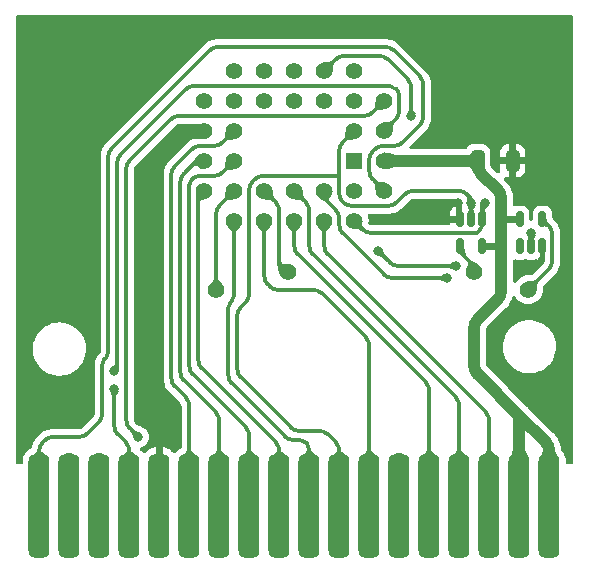
<source format=gbr>
%TF.GenerationSoftware,KiCad,Pcbnew,(6.99.0-1875-gfe1a5267a2)*%
%TF.CreationDate,2022-07-11T17:03:01+02:00*%
%TF.ProjectId,Vectorblade_PLCC32_THT_Kicad6,56656374-6f72-4626-9c61-64655f504c43,rev?*%
%TF.SameCoordinates,Original*%
%TF.FileFunction,Copper,L1,Top*%
%TF.FilePolarity,Positive*%
%FSLAX46Y46*%
G04 Gerber Fmt 4.6, Leading zero omitted, Abs format (unit mm)*
G04 Created by KiCad (PCBNEW (6.99.0-1875-gfe1a5267a2)) date 2022-07-11 17:03:01*
%MOMM*%
%LPD*%
G01*
G04 APERTURE LIST*
G04 Aperture macros list*
%AMRoundRect*
0 Rectangle with rounded corners*
0 $1 Rounding radius*
0 $2 $3 $4 $5 $6 $7 $8 $9 X,Y pos of 4 corners*
0 Add a 4 corners polygon primitive as box body*
4,1,4,$2,$3,$4,$5,$6,$7,$8,$9,$2,$3,0*
0 Add four circle primitives for the rounded corners*
1,1,$1+$1,$2,$3*
1,1,$1+$1,$4,$5*
1,1,$1+$1,$6,$7*
1,1,$1+$1,$8,$9*
0 Add four rect primitives between the rounded corners*
20,1,$1+$1,$2,$3,$4,$5,0*
20,1,$1+$1,$4,$5,$6,$7,0*
20,1,$1+$1,$6,$7,$8,$9,0*
20,1,$1+$1,$8,$9,$2,$3,0*%
G04 Aperture macros list end*
%TA.AperFunction,ComponentPad*%
%ADD10C,1.422400*%
%TD*%
%TA.AperFunction,ComponentPad*%
%ADD11R,1.422400X1.422400*%
%TD*%
%TA.AperFunction,SMDPad,CuDef*%
%ADD12RoundRect,0.666750X-0.222250X-3.778250X0.222250X-3.778250X0.222250X3.778250X-0.222250X3.778250X0*%
%TD*%
%TA.AperFunction,SMDPad,CuDef*%
%ADD13RoundRect,0.150000X0.150000X-0.512500X0.150000X0.512500X-0.150000X0.512500X-0.150000X-0.512500X0*%
%TD*%
%TA.AperFunction,SMDPad,CuDef*%
%ADD14RoundRect,0.150000X-0.150000X0.512500X-0.150000X-0.512500X0.150000X-0.512500X0.150000X0.512500X0*%
%TD*%
%TA.AperFunction,SMDPad,CuDef*%
%ADD15RoundRect,0.250000X-0.325000X-0.650000X0.325000X-0.650000X0.325000X0.650000X-0.325000X0.650000X0*%
%TD*%
%TA.AperFunction,ViaPad*%
%ADD16C,0.800000*%
%TD*%
%TA.AperFunction,Conductor*%
%ADD17C,0.300000*%
%TD*%
%TA.AperFunction,Conductor*%
%ADD18C,1.240000*%
%TD*%
%TA.AperFunction,Conductor*%
%ADD19C,1.000000*%
%TD*%
%TA.AperFunction,Conductor*%
%ADD20C,0.600000*%
%TD*%
G04 APERTURE END LIST*
D10*
%TO.P,,22,CE*%
%TO.N,Net-(U1-Pad22)*%
X150876000Y-96012000D03*
%TD*%
D11*
%TO.P,U1,1,NC*%
%TO.N,unconnected-(U1-Pad1)*%
X162559999Y-85089999D03*
D10*
%TO.P,U1,2,A16*%
%TO.N,/PB6*%
X165100000Y-82550000D03*
%TO.P,U1,3,A15*%
%TO.N,/V-CE*%
X162560000Y-82550000D03*
%TO.P,U1,4,A12*%
%TO.N,/V-A12*%
X165100000Y-80010000D03*
%TO.P,U1,5,A7*%
%TO.N,/V-A7*%
X162560000Y-77470000D03*
%TO.P,U1,6,A6*%
%TO.N,/V-A6*%
X162560000Y-80010000D03*
%TO.P,U1,7,A5*%
%TO.N,/V-A5*%
X160020000Y-77470000D03*
%TO.P,U1,8,A4*%
%TO.N,/V-A4*%
X160020000Y-80010000D03*
%TO.P,U1,9,A3*%
%TO.N,/V-A3*%
X157480000Y-77470000D03*
%TO.P,U1,10,A2*%
%TO.N,/V-A2*%
X157480000Y-80010000D03*
%TO.P,U1,11,A1*%
%TO.N,/V-A1*%
X154940000Y-77470000D03*
%TO.P,U1,12,A0*%
%TO.N,/V-A0*%
X154940000Y-80010000D03*
%TO.P,U1,13,D0*%
%TO.N,/V-D0*%
X152400000Y-77470000D03*
%TO.P,U1,14,D1*%
%TO.N,/V-D1*%
X149860000Y-80010000D03*
%TO.P,U1,15,D2*%
%TO.N,/V-D2*%
X152400000Y-80010000D03*
%TO.P,U1,16,GND*%
%TO.N,GND*%
X149860000Y-82550000D03*
%TO.P,U1,17,D3*%
%TO.N,/V-D3*%
X152400000Y-82550000D03*
%TO.P,U1,18,D4*%
%TO.N,/V-D4*%
X149860000Y-85090000D03*
%TO.P,U1,19,D5*%
%TO.N,/V-D5*%
X152400000Y-85090000D03*
%TO.P,U1,20,D6*%
%TO.N,/V-D6*%
X149860000Y-87630000D03*
%TO.P,U1,21,D7*%
%TO.N,/V-D7*%
X152400000Y-90170000D03*
%TO.P,U1,22,CE*%
%TO.N,Net-(U1-Pad22)*%
X152400000Y-87630000D03*
%TO.P,U1,23,A10*%
%TO.N,/V-A10*%
X154940000Y-90170000D03*
%TO.P,U1,24,OE*%
%TO.N,Net-(U1-Pad24)*%
X154940000Y-87630000D03*
%TO.P,U1,25,A11*%
%TO.N,/V-A11*%
X157480000Y-90170000D03*
%TO.P,U1,26,A9*%
%TO.N,/V-A9*%
X157480000Y-87630000D03*
%TO.P,U1,27,A8*%
%TO.N,/V-A8*%
X160020000Y-90170000D03*
%TO.P,U1,28,A13*%
%TO.N,/V-A13*%
X160020000Y-87630000D03*
%TO.P,U1,29,A14*%
%TO.N,/V-A14*%
X162560000Y-90170000D03*
%TO.P,U1,30,A17*%
%TO.N,/IRQ*%
X165100000Y-87630000D03*
%TO.P,U1,31,PGM*%
%TO.N,/V-RW*%
X162560000Y-87630000D03*
%TO.P,U1,32,VCC*%
%TO.N,+5V*%
X165100000Y-85090000D03*
%TD*%
D12*
%TO.P,CON3,2,VCC*%
%TO.N,+5V*%
X179070000Y-114300000D03*
%TO.P,CON3,4,VCC2*%
X176530000Y-114300000D03*
%TO.P,CON3,6,A8*%
%TO.N,/V-A8*%
X173990000Y-114300000D03*
%TO.P,CON3,8,A9*%
%TO.N,/V-A9*%
X171450000Y-114300000D03*
%TO.P,CON3,10,A11*%
%TO.N,/V-A11*%
X168910000Y-114300000D03*
%TO.P,CON3,12,OE*%
%TO.N,unconnected-(CON3-Pad12)*%
X166370000Y-114300000D03*
%TO.P,CON3,14,A10*%
%TO.N,/V-A10*%
X163830000Y-114300000D03*
%TO.P,CON3,16,CE*%
%TO.N,/V-CE*%
X161290000Y-114300000D03*
%TO.P,CON3,18,D7*%
%TO.N,/V-D7*%
X158750000Y-114300000D03*
%TO.P,CON3,20,D6*%
%TO.N,/V-D6*%
X156210000Y-114300000D03*
%TO.P,CON3,22,D5*%
%TO.N,/V-D5*%
X153670000Y-114300000D03*
%TO.P,CON3,24,D4*%
%TO.N,/V-D4*%
X151130000Y-114300000D03*
%TO.P,CON3,26,D3*%
%TO.N,/V-D3*%
X148590000Y-114300000D03*
%TO.P,CON3,28,GND2*%
%TO.N,GND*%
X146050000Y-114300000D03*
%TO.P,CON3,30,RW*%
%TO.N,/V-RW*%
X143510000Y-114300000D03*
%TO.P,CON3,32,CART*%
%TO.N,unconnected-(CON3-Pad32)*%
X140970000Y-114300000D03*
%TO.P,CON3,34,NMI*%
%TO.N,unconnected-(CON3-Pad34)*%
X138430000Y-114300000D03*
%TO.P,CON3,36,IRQ*%
%TO.N,/IRQ*%
X135890000Y-114300000D03*
%TD*%
D10*
%TO.P,,22,CE*%
%TO.N,Net-(U1-Pad22)*%
X177292000Y-96012000D03*
%TD*%
D13*
%TO.P,U2,1*%
%TO.N,N/C*%
X176596000Y-92323500D03*
%TO.P,U2,2*%
%TO.N,/V-RW*%
X177546000Y-92323500D03*
%TO.P,U2,3,GND*%
%TO.N,GND*%
X178496000Y-92323500D03*
%TO.P,U2,4*%
%TO.N,Net-(U1-Pad22)*%
X178496000Y-90048500D03*
%TO.P,U2,5,VCC*%
%TO.N,+5V*%
X176596000Y-90048500D03*
%TD*%
D14*
%TO.P,U3,1*%
%TO.N,/V-A14*%
X173416000Y-90048500D03*
%TO.P,U3,2*%
%TO.N,/V-CE*%
X172466000Y-90048500D03*
%TO.P,U3,3,GND*%
%TO.N,GND*%
X171516000Y-90048500D03*
%TO.P,U3,4*%
%TO.N,Net-(U1-Pad24)*%
X171516000Y-92323500D03*
%TO.P,U3,5,VCC*%
%TO.N,+5V*%
X173416000Y-92323500D03*
%TD*%
D15*
%TO.P,C1,1,1*%
%TO.N,+5V*%
X173023000Y-85090000D03*
%TO.P,C1,2,2*%
%TO.N,GND*%
X175973000Y-85090000D03*
%TD*%
D10*
%TO.P,,24,OE*%
%TO.N,Net-(U1-Pad24)*%
X156972000Y-94488000D03*
%TD*%
%TO.P,,24,OE*%
%TO.N,Net-(U1-Pad24)*%
X172720000Y-94488000D03*
%TD*%
D16*
%TO.N,GND*%
X135890000Y-104775000D03*
X175260000Y-82804000D03*
X146050000Y-107188000D03*
X171323000Y-88667977D03*
X147320000Y-105918000D03*
X144780000Y-97536000D03*
X135890000Y-97155000D03*
X177546000Y-94234000D03*
X168656000Y-76962000D03*
X147320000Y-108458000D03*
X144780000Y-94742000D03*
X135890000Y-74930000D03*
X144780000Y-85852000D03*
X171958000Y-81026000D03*
X178816000Y-86995000D03*
X179070000Y-97155000D03*
X179070000Y-74930000D03*
X146050000Y-108458000D03*
X144780000Y-91694000D03*
X171958000Y-83058000D03*
X176403000Y-94234000D03*
X147320000Y-107188000D03*
X176403000Y-86995000D03*
X144780000Y-88900000D03*
X146050000Y-105918000D03*
X144780000Y-100330000D03*
X179070000Y-104775000D03*
%TO.N,/V-A5*%
X167386000Y-81280000D03*
%TO.N,/V-CE*%
X172466000Y-88646000D03*
%TO.N,/V-A12*%
X144272000Y-108458000D03*
%TO.N,/V-A13*%
X170434000Y-94996000D03*
%TO.N,/V-A14*%
X173609000Y-88630536D03*
%TO.N,/V-RW*%
X177546000Y-91186000D03*
X171196000Y-93980000D03*
X164592000Y-92710000D03*
X142240000Y-104394000D03*
%TO.N,/PB6*%
X142240000Y-102870000D03*
%TD*%
D17*
%TO.N,/V-A13*%
X160020000Y-88265000D02*
X160312893Y-88557893D01*
X160020000Y-87630000D02*
X160020000Y-88265000D01*
%TO.N,/V-D4*%
X149225000Y-85090000D02*
X148932107Y-85382893D01*
X149860000Y-85090000D02*
X149225000Y-85090000D01*
%TO.N,/V-D6*%
X149352000Y-88138000D02*
X149860000Y-87630000D01*
X155917107Y-108927107D02*
X149644893Y-102654893D01*
X149352010Y-101947786D02*
G75*
G03*
X149644893Y-102654893I999990J-14D01*
G01*
X156210000Y-114300000D02*
X156210000Y-109634214D01*
X149352000Y-101947786D02*
X149352000Y-88138000D01*
X156209990Y-109634214D02*
G75*
G03*
X155917107Y-108927107I-999990J14D01*
G01*
%TO.N,Net-(U1-Pad24)*%
X156210000Y-89314214D02*
X156210000Y-93472000D01*
X156209961Y-89314214D02*
G75*
G03*
X155917107Y-88607107I-1000061J14D01*
G01*
X154940000Y-87630000D02*
X155917107Y-88607107D01*
X156210000Y-93726000D02*
X157226000Y-94742000D01*
X156210000Y-93472000D02*
X156210000Y-93726000D01*
X172720000Y-93980000D02*
X172720000Y-94488000D01*
X171516000Y-92776000D02*
X172720000Y-93980000D01*
X171516000Y-92323500D02*
X171516000Y-92776000D01*
%TO.N,GND*%
X171516000Y-88860977D02*
X171516000Y-90048500D01*
X171323000Y-88667977D02*
X171516000Y-88860977D01*
X177546000Y-94234000D02*
X178203107Y-93576893D01*
D18*
X149860000Y-82550000D02*
X148336000Y-82550000D01*
D17*
X178496000Y-92869786D02*
X178496000Y-92323500D01*
X178203114Y-93576900D02*
G75*
G03*
X178496000Y-92869786I-707114J707100D01*
G01*
D19*
%TO.N,+5V*%
X174713107Y-87559357D02*
X173315893Y-86162143D01*
X175006000Y-96105786D02*
X175006000Y-88266464D01*
D20*
X176596000Y-90048500D02*
X175006000Y-90048500D01*
D19*
X176530000Y-106680000D02*
X173012893Y-103162893D01*
X173023000Y-85090000D02*
X165100000Y-85090000D01*
X173012893Y-98513107D02*
X174713107Y-96812893D01*
X176530000Y-114300000D02*
X176530000Y-106680000D01*
X176530000Y-106680000D02*
X178777107Y-108927107D01*
X179070000Y-109634214D02*
X179070000Y-114300000D01*
D20*
X173416000Y-92323500D02*
X175006000Y-92323500D01*
D19*
X173023000Y-85455036D02*
X173023000Y-85090000D01*
X172720000Y-102455786D02*
X172720000Y-99220214D01*
X173012886Y-98513100D02*
G75*
G03*
X172720000Y-99220214I707114J-707100D01*
G01*
X173022975Y-85455036D02*
G75*
G03*
X173315894Y-86162142I1000025J36D01*
G01*
X179069990Y-109634214D02*
G75*
G03*
X178777107Y-108927107I-999990J14D01*
G01*
X174713114Y-96812900D02*
G75*
G03*
X175006000Y-96105786I-707114J707100D01*
G01*
X175006025Y-88266464D02*
G75*
G03*
X174713106Y-87559358I-1000025J-36D01*
G01*
X172720010Y-102455786D02*
G75*
G03*
X173012893Y-103162893I999990J-14D01*
G01*
D17*
%TO.N,/V-A8*%
X173697107Y-106387107D02*
X160312893Y-93002893D01*
X160020000Y-92295786D02*
X160020000Y-90170000D01*
X173990000Y-114300000D02*
X173990000Y-107094214D01*
X160020010Y-92295786D02*
G75*
G03*
X160312893Y-93002893I999990J-14D01*
G01*
X173989990Y-107094214D02*
G75*
G03*
X173697107Y-106387107I-999990J14D01*
G01*
%TO.N,/V-A5*%
X164685786Y-76200000D02*
X161704214Y-76200000D01*
X167093107Y-78193107D02*
X165392893Y-76492893D01*
X160997107Y-76492893D02*
X160020000Y-77470000D01*
X167386000Y-81280000D02*
X167386000Y-78900214D01*
X167385990Y-78900214D02*
G75*
G03*
X167093107Y-78193107I-999990J14D01*
G01*
X165392900Y-76492886D02*
G75*
G03*
X164685786Y-76200000I-707100J-707114D01*
G01*
X161704214Y-76200010D02*
G75*
G03*
X160997107Y-76492893I-14J-999990D01*
G01*
%TO.N,/V-A9*%
X158457107Y-88607107D02*
X157480000Y-87630000D01*
X171157107Y-105117107D02*
X159042893Y-93002893D01*
X158750000Y-92295786D02*
X158750000Y-89314214D01*
X171450000Y-114300000D02*
X171450000Y-105824214D01*
X158750010Y-92295786D02*
G75*
G03*
X159042893Y-93002893I999990J-14D01*
G01*
X158749990Y-89314214D02*
G75*
G03*
X158457107Y-88607107I-999990J14D01*
G01*
X171449990Y-105824214D02*
G75*
G03*
X171157107Y-105117107I-999990J14D01*
G01*
%TO.N,/V-A11*%
X168910000Y-114300000D02*
X168910000Y-104554214D01*
X168617107Y-103847107D02*
X157772893Y-93002893D01*
X157480000Y-92295786D02*
X157480000Y-90170000D01*
X157480010Y-92295786D02*
G75*
G03*
X157772893Y-93002893I999990J-14D01*
G01*
X168909990Y-104554214D02*
G75*
G03*
X168617107Y-103847107I-999990J14D01*
G01*
%TO.N,/V-A10*%
X154940000Y-94835786D02*
X154940000Y-90170000D01*
X163830000Y-114300000D02*
X163830000Y-100744214D01*
X163537107Y-100037107D02*
X159804893Y-96304893D01*
X155409107Y-95719107D02*
X155232893Y-95542893D01*
X159097786Y-96012000D02*
X156116214Y-96012000D01*
X163829990Y-100744214D02*
G75*
G03*
X163537107Y-100037107I-999990J14D01*
G01*
X154940010Y-94835786D02*
G75*
G03*
X155232893Y-95542893I999990J-14D01*
G01*
X159804900Y-96304886D02*
G75*
G03*
X159097786Y-96012000I-707100J-707114D01*
G01*
X155409100Y-95719114D02*
G75*
G03*
X156116214Y-96012000I707100J707114D01*
G01*
%TO.N,/V-CE*%
X172466000Y-90048500D02*
X172466000Y-88646000D01*
X161290000Y-86360000D02*
X161290000Y-84234214D01*
X153670000Y-87536214D02*
X153670000Y-96359786D01*
X172466000Y-88296750D02*
X172092143Y-87922893D01*
X157894214Y-107950000D02*
X159605786Y-107950000D01*
X152946893Y-103416893D02*
X157187107Y-107657107D01*
X161582893Y-83527107D02*
X162560000Y-82550000D01*
X154139107Y-86652893D02*
X153962893Y-86829107D01*
X171385036Y-87630000D02*
X167546214Y-87630000D01*
X153377107Y-97066893D02*
X152946893Y-97497107D01*
X160312893Y-108242893D02*
X160997107Y-108927107D01*
X172466000Y-88646000D02*
X172466000Y-88296750D01*
X165447786Y-88900000D02*
X162339214Y-88900000D01*
X161290000Y-109634214D02*
X161290000Y-114300000D01*
X152654000Y-98204214D02*
X152654000Y-102709786D01*
X166839107Y-87922893D02*
X166154893Y-88607107D01*
X161290000Y-86360000D02*
X154846214Y-86360000D01*
X161632107Y-88607107D02*
X161582893Y-88557893D01*
X161290000Y-87850786D02*
X161290000Y-86360000D01*
X165447786Y-88899990D02*
G75*
G03*
X166154893Y-88607107I14J999990D01*
G01*
X161632100Y-88607114D02*
G75*
G03*
X162339214Y-88900000I707100J707114D01*
G01*
X152946886Y-97497100D02*
G75*
G03*
X152654000Y-98204214I707114J-707100D01*
G01*
X161582886Y-83527100D02*
G75*
G03*
X161290000Y-84234214I707114J-707100D01*
G01*
X172092125Y-87922911D02*
G75*
G03*
X171385036Y-87630000I-707125J-707089D01*
G01*
X154846214Y-86360010D02*
G75*
G03*
X154139107Y-86652893I-14J-999990D01*
G01*
X160312900Y-108242886D02*
G75*
G03*
X159605786Y-107950000I-707100J-707114D01*
G01*
X161289990Y-109634214D02*
G75*
G03*
X160997107Y-108927107I-999990J14D01*
G01*
X152654010Y-102709786D02*
G75*
G03*
X152946893Y-103416893I999990J-14D01*
G01*
X167546214Y-87630010D02*
G75*
G03*
X166839107Y-87922893I-14J-999990D01*
G01*
X153962886Y-86829100D02*
G75*
G03*
X153670000Y-87536214I707114J-707100D01*
G01*
X161290010Y-87850786D02*
G75*
G03*
X161582893Y-88557893I999990J-14D01*
G01*
X157187100Y-107657114D02*
G75*
G03*
X157894214Y-107950000I707100J707114D01*
G01*
X153377114Y-97066900D02*
G75*
G03*
X153670000Y-96359786I-707114J707100D01*
G01*
%TO.N,/V-D7*%
X157819306Y-108712000D02*
X157386214Y-108712000D01*
X158540506Y-109018986D02*
X158526413Y-109004893D01*
X152068552Y-97105448D02*
X152107107Y-97066893D01*
X151892000Y-103217786D02*
X151892000Y-97531672D01*
X158750000Y-114300000D02*
X158750000Y-109524751D01*
X152107107Y-97066893D02*
X152187740Y-96986258D01*
X152400000Y-96473811D02*
X152400000Y-90170000D01*
X156679107Y-108419107D02*
X152184893Y-103924893D01*
X156679100Y-108419114D02*
G75*
G03*
X157386214Y-108712000I707100J707114D01*
G01*
X152068558Y-97105454D02*
G75*
G03*
X151892000Y-97531672I426242J-426246D01*
G01*
X158749952Y-109524751D02*
G75*
G03*
X158540506Y-109018986I-715252J51D01*
G01*
X151892010Y-103217786D02*
G75*
G03*
X152184893Y-103924893I999990J-14D01*
G01*
X158526410Y-109004896D02*
G75*
G03*
X157819306Y-108712000I-707110J-707104D01*
G01*
X152187731Y-96986249D02*
G75*
G03*
X152400000Y-96473811I-512431J512449D01*
G01*
%TO.N,/V-D5*%
X149512214Y-86360000D02*
X150715786Y-86360000D01*
X151422893Y-86067107D02*
X152400000Y-85090000D01*
X153377107Y-107657107D02*
X148882893Y-103162893D01*
X153670000Y-114300000D02*
X153670000Y-108364214D01*
X148590000Y-102455786D02*
X148590000Y-87161349D01*
X148797405Y-86660595D02*
X148805107Y-86652893D01*
X153669990Y-108364214D02*
G75*
G03*
X153377107Y-107657107I-999990J14D01*
G01*
X149512214Y-86360010D02*
G75*
G03*
X148805107Y-86652893I-14J-999990D01*
G01*
X148590010Y-102455786D02*
G75*
G03*
X148882893Y-103162893I999990J-14D01*
G01*
X150715786Y-86359990D02*
G75*
G03*
X151422893Y-86067107I14J999990D01*
G01*
X148797382Y-86660572D02*
G75*
G03*
X148590000Y-87161349I500818J-500728D01*
G01*
%TO.N,/V-D4*%
X147828000Y-102963786D02*
X147828000Y-86901214D01*
X148120893Y-86194107D02*
X148932107Y-85382893D01*
X151130000Y-114300000D02*
X151130000Y-107094214D01*
X150837107Y-106387107D02*
X148120893Y-103670893D01*
X151129990Y-107094214D02*
G75*
G03*
X150837107Y-106387107I-999990J14D01*
G01*
X148120886Y-86194100D02*
G75*
G03*
X147828000Y-86901214I707114J-707100D01*
G01*
X147828010Y-102963786D02*
G75*
G03*
X148120893Y-103670893I999990J-14D01*
G01*
%TO.N,/V-D3*%
X147358893Y-85559107D02*
X148805107Y-84112893D01*
X149512214Y-83820000D02*
X150715786Y-83820000D01*
X148590000Y-114300000D02*
X148590000Y-105824214D01*
X151422893Y-83527107D02*
X152400000Y-82550000D01*
X147066000Y-103471786D02*
X147066000Y-86266214D01*
X148297107Y-105117107D02*
X147358893Y-104178893D01*
X147066010Y-103471786D02*
G75*
G03*
X147358893Y-104178893I999990J-14D01*
G01*
X150715786Y-83819990D02*
G75*
G03*
X151422893Y-83527107I14J999990D01*
G01*
X149512214Y-83820010D02*
G75*
G03*
X148805107Y-84112893I-14J-999990D01*
G01*
X147358886Y-85559100D02*
G75*
G03*
X147066000Y-86266214I707114J-707100D01*
G01*
X148589990Y-105824214D02*
G75*
G03*
X148297107Y-105117107I-999990J14D01*
G01*
%TO.N,/V-A12*%
X143256000Y-107027786D02*
X143256000Y-85758214D01*
X164122893Y-80987107D02*
X165100000Y-80010000D01*
X144272000Y-108458000D02*
X143548893Y-107734893D01*
X143548893Y-85051107D02*
X147027107Y-81572893D01*
X147734214Y-81280000D02*
X163415786Y-81280000D01*
X147734214Y-81280010D02*
G75*
G03*
X147027107Y-81572893I-14J-999990D01*
G01*
X163415786Y-81279990D02*
G75*
G03*
X164122893Y-80987107I14J999990D01*
G01*
X143548886Y-85051100D02*
G75*
G03*
X143256000Y-85758214I707114J-707100D01*
G01*
X143256010Y-107027786D02*
G75*
G03*
X143548893Y-107734893I999990J-14D01*
G01*
%TO.N,/V-A13*%
X160997107Y-89242107D02*
X160312893Y-88557893D01*
X170434000Y-94996000D02*
X165768214Y-94996000D01*
X165061107Y-94703107D02*
X161582893Y-91224893D01*
X161290000Y-90517786D02*
X161290000Y-89949214D01*
X161289990Y-89949214D02*
G75*
G03*
X160997107Y-89242107I-999990J14D01*
G01*
X161290010Y-90517786D02*
G75*
G03*
X161582893Y-91224893I999990J-14D01*
G01*
X165061100Y-94703114D02*
G75*
G03*
X165768214Y-94996000I707100J707114D01*
G01*
%TO.N,/V-A14*%
X163283107Y-90893107D02*
X162560000Y-90170000D01*
X173123107Y-91036893D02*
X172974000Y-91186000D01*
X173416000Y-90048500D02*
X173416000Y-90329786D01*
X173609000Y-88630536D02*
X173416000Y-88823536D01*
X173416000Y-88823536D02*
X173416000Y-90048500D01*
X172974000Y-91186000D02*
X163990214Y-91186000D01*
X173123114Y-91036900D02*
G75*
G03*
X173416000Y-90329786I-707114J707100D01*
G01*
X163283100Y-90893114D02*
G75*
G03*
X163990214Y-91186000I707100J707114D01*
G01*
%TO.N,/V-RW*%
X164592000Y-92710000D02*
X165569107Y-93687107D01*
X143510000Y-109634214D02*
X143510000Y-114300000D01*
X177546000Y-91186000D02*
X177546000Y-92323500D01*
X166276214Y-93980000D02*
X171196000Y-93980000D01*
X142240000Y-104394000D02*
X142240000Y-107535786D01*
X142532893Y-108242893D02*
X143217107Y-108927107D01*
X165569100Y-93687114D02*
G75*
G03*
X166276214Y-93980000I707100J707114D01*
G01*
X142240010Y-107535786D02*
G75*
G03*
X142532893Y-108242893I999990J-14D01*
G01*
X143509990Y-109634214D02*
G75*
G03*
X143217107Y-108927107I-999990J14D01*
G01*
%TO.N,/PB6*%
X142786893Y-84543107D02*
X148297107Y-79032893D01*
X142494000Y-102616000D02*
X142494000Y-85250214D01*
X149004214Y-78740000D02*
X165521092Y-78740000D01*
X166370000Y-79625509D02*
X166370000Y-80865786D01*
X166077107Y-81572893D02*
X165100000Y-82550000D01*
X142240000Y-102870000D02*
X142494000Y-102616000D01*
X166077114Y-81572900D02*
G75*
G03*
X166370000Y-80865786I-707114J707100D01*
G01*
X142786886Y-84543100D02*
G75*
G03*
X142494000Y-85250214I707114J-707100D01*
G01*
X149004214Y-78740010D02*
G75*
G03*
X148297107Y-79032893I-14J-999990D01*
G01*
X166369989Y-79625509D02*
G75*
G03*
X166103058Y-78981060I-911389J9D01*
G01*
X166103058Y-78981060D02*
G75*
G03*
X165521092Y-78740000I-581958J-581940D01*
G01*
%TO.N,/IRQ*%
X141732000Y-84742214D02*
X141732000Y-101312761D01*
X163830000Y-85945786D02*
X163830000Y-84996214D01*
X140931107Y-107226893D02*
X139992893Y-108165107D01*
X165193786Y-75438000D02*
X151036214Y-75438000D01*
X165100000Y-87630000D02*
X164122893Y-86652893D01*
X139285786Y-108458000D02*
X137066214Y-108458000D01*
X141516893Y-101793122D02*
X141404304Y-101905716D01*
X150329107Y-75730893D02*
X142024893Y-84035107D01*
X166662893Y-83527107D02*
X168109107Y-82080893D01*
X136359107Y-108750893D02*
X136182893Y-108927107D01*
X141224000Y-102341021D02*
X141224000Y-106519786D01*
X168402000Y-81373786D02*
X168402000Y-78646214D01*
X165006214Y-83820000D02*
X165955786Y-83820000D01*
X135890000Y-109634214D02*
X135890000Y-114300000D01*
X141544418Y-101765597D02*
X141516893Y-101793122D01*
X164122893Y-84289107D02*
X164299107Y-84112893D01*
X168109107Y-77939107D02*
X165900893Y-75730893D01*
X142024886Y-84035100D02*
G75*
G03*
X141732000Y-84742214I707114J-707100D01*
G01*
X165955786Y-83819990D02*
G75*
G03*
X166662893Y-83527107I14J999990D01*
G01*
X137066214Y-108458010D02*
G75*
G03*
X136359107Y-108750893I-14J-999990D01*
G01*
X141404299Y-101905711D02*
G75*
G03*
X141224000Y-102341021I435301J-435289D01*
G01*
X139285786Y-108457990D02*
G75*
G03*
X139992893Y-108165107I14J999990D01*
G01*
X168401990Y-78646214D02*
G75*
G03*
X168109107Y-77939107I-999990J14D01*
G01*
X164122886Y-84289100D02*
G75*
G03*
X163830000Y-84996214I707114J-707100D01*
G01*
X136182886Y-108927100D02*
G75*
G03*
X135890000Y-109634214I707114J-707100D01*
G01*
X163830010Y-85945786D02*
G75*
G03*
X164122893Y-86652893I999990J-14D01*
G01*
X151036214Y-75438010D02*
G75*
G03*
X150329107Y-75730893I-14J-999990D01*
G01*
X165900920Y-75730866D02*
G75*
G03*
X165193786Y-75438000I-707120J-707234D01*
G01*
X168109114Y-82080900D02*
G75*
G03*
X168402000Y-81373786I-707114J707100D01*
G01*
X140931114Y-107226900D02*
G75*
G03*
X141224000Y-106519786I-707114J707100D01*
G01*
X165006214Y-83820010D02*
G75*
G03*
X164299107Y-84112893I-14J-999990D01*
G01*
X141544433Y-101765612D02*
G75*
G03*
X141732000Y-101312761I-453033J452912D01*
G01*
%TO.N,Net-(U1-Pad22)*%
X179324000Y-93565786D02*
X179324000Y-91290714D01*
X150876000Y-89568214D02*
X150876000Y-96012000D01*
X177292000Y-96012000D02*
X179031107Y-94272893D01*
X152400000Y-87630000D02*
X151168893Y-88861107D01*
X179031107Y-90583607D02*
X178496000Y-90048500D01*
X151168886Y-88861100D02*
G75*
G03*
X150876000Y-89568214I707114J-707100D01*
G01*
X179031114Y-94272900D02*
G75*
G03*
X179324000Y-93565786I-707114J707100D01*
G01*
X179323990Y-91290714D02*
G75*
G03*
X179031107Y-90583607I-999990J14D01*
G01*
%TD*%
%TA.AperFunction,Conductor*%
%TO.N,GND*%
G36*
X148645388Y-81950462D02*
G01*
X148699926Y-82005000D01*
X148719888Y-82079500D01*
X148710901Y-82130463D01*
X148708268Y-82137696D01*
X148656418Y-82331201D01*
X148654169Y-82343955D01*
X148636710Y-82543519D01*
X148636710Y-82556481D01*
X148654169Y-82756045D01*
X148656418Y-82768799D01*
X148708268Y-82962303D01*
X148712699Y-82974477D01*
X148800109Y-83161929D01*
X148798824Y-83162528D01*
X148816806Y-83229645D01*
X148796841Y-83304144D01*
X148742304Y-83358679D01*
X148597506Y-83442275D01*
X148597494Y-83442283D01*
X148593285Y-83444713D01*
X148421634Y-83576422D01*
X148403246Y-83594809D01*
X148403242Y-83594812D01*
X146899084Y-85098970D01*
X146898912Y-85099136D01*
X146898909Y-85099132D01*
X146822415Y-85175628D01*
X146690705Y-85347279D01*
X146582527Y-85534654D01*
X146580659Y-85539164D01*
X146510102Y-85709510D01*
X146499732Y-85734545D01*
X146498469Y-85739259D01*
X146461036Y-85878971D01*
X146443737Y-85943534D01*
X146443102Y-85948356D01*
X146443102Y-85948357D01*
X146418558Y-86134809D01*
X146415499Y-86158043D01*
X146415500Y-86212779D01*
X146415500Y-103512711D01*
X146415507Y-103512761D01*
X146415510Y-103512866D01*
X146415509Y-103579956D01*
X146443747Y-103794464D01*
X146499742Y-104003452D01*
X146582536Y-104203342D01*
X146690713Y-104390715D01*
X146822422Y-104562366D01*
X146840809Y-104580754D01*
X146840812Y-104580758D01*
X147830220Y-105570166D01*
X147843071Y-105584820D01*
X147880727Y-105633895D01*
X147900175Y-105667581D01*
X147920076Y-105715629D01*
X147930143Y-105753199D01*
X147938226Y-105814601D01*
X147939500Y-105834048D01*
X147939499Y-105897499D01*
X147939500Y-105897503D01*
X147939500Y-109320796D01*
X147919538Y-109395296D01*
X147901373Y-109420336D01*
X147887352Y-109435953D01*
X147876108Y-109448477D01*
X147825421Y-109485240D01*
X147822851Y-109486375D01*
X147797327Y-109497645D01*
X147791648Y-109501535D01*
X147791643Y-109501538D01*
X147640849Y-109604835D01*
X147618861Y-109619897D01*
X147585906Y-109652852D01*
X147575354Y-109662039D01*
X147575475Y-109662180D01*
X147572104Y-109665061D01*
X147572079Y-109665083D01*
X147571252Y-109665790D01*
X147548282Y-109686681D01*
X147544320Y-109691794D01*
X147544318Y-109691796D01*
X147540983Y-109696100D01*
X147528564Y-109710194D01*
X147465897Y-109772861D01*
X147462006Y-109778541D01*
X147462002Y-109778546D01*
X147447469Y-109799762D01*
X147388898Y-109849942D01*
X147313083Y-109864114D01*
X147240339Y-109838480D01*
X147201620Y-109799761D01*
X147183790Y-109773732D01*
X147175026Y-109763178D01*
X147030822Y-109618974D01*
X147020268Y-109610210D01*
X146852022Y-109494958D01*
X146840033Y-109488281D01*
X146653478Y-109405909D01*
X146640467Y-109401548D01*
X146441110Y-109354660D01*
X146429235Y-109352864D01*
X146369570Y-109348722D01*
X146353849Y-109351786D01*
X146350000Y-109362983D01*
X146350000Y-110744000D01*
X145750000Y-110744000D01*
X145750000Y-109366980D01*
X145745855Y-109351509D01*
X145734420Y-109348445D01*
X145670765Y-109352864D01*
X145658890Y-109354660D01*
X145459533Y-109401548D01*
X145446522Y-109405909D01*
X145259967Y-109488281D01*
X145247978Y-109494958D01*
X145079732Y-109610210D01*
X145069178Y-109618974D01*
X144924974Y-109763178D01*
X144916210Y-109773732D01*
X144898380Y-109799761D01*
X144839809Y-109849942D01*
X144763994Y-109864115D01*
X144691250Y-109838481D01*
X144652531Y-109799762D01*
X144637998Y-109778546D01*
X144637994Y-109778541D01*
X144634103Y-109772861D01*
X144563192Y-109701950D01*
X144557464Y-109695491D01*
X144557337Y-109695606D01*
X144553756Y-109691660D01*
X144550474Y-109687480D01*
X144545777Y-109682994D01*
X144545460Y-109682691D01*
X144545453Y-109682685D01*
X144543999Y-109681296D01*
X144538067Y-109676209D01*
X144529716Y-109668474D01*
X144481139Y-109619897D01*
X144464000Y-109608156D01*
X144449524Y-109598240D01*
X144399342Y-109539670D01*
X144385169Y-109463855D01*
X144410803Y-109391111D01*
X144469373Y-109340929D01*
X144502748Y-109329571D01*
X144515631Y-109326833D01*
X144551803Y-109319144D01*
X144724730Y-109242151D01*
X144877871Y-109130888D01*
X144933597Y-109068998D01*
X144999307Y-108996021D01*
X144999311Y-108996016D01*
X145004533Y-108990216D01*
X145099179Y-108826284D01*
X145151577Y-108665020D01*
X145155259Y-108653689D01*
X145155259Y-108653688D01*
X145157674Y-108646256D01*
X145159765Y-108626366D01*
X145176644Y-108465764D01*
X145177460Y-108458000D01*
X145175305Y-108437499D01*
X145158491Y-108277514D01*
X145158490Y-108277511D01*
X145157674Y-108269744D01*
X145099179Y-108089716D01*
X145004533Y-107925784D01*
X144999311Y-107919984D01*
X144999307Y-107919979D01*
X144896882Y-107806226D01*
X144877871Y-107785112D01*
X144724730Y-107673849D01*
X144717597Y-107670673D01*
X144717595Y-107670672D01*
X144623534Y-107628793D01*
X144614085Y-107624180D01*
X144599430Y-107616371D01*
X144590061Y-107611379D01*
X144590057Y-107611377D01*
X144585372Y-107608881D01*
X144435498Y-107554723D01*
X144419703Y-107549309D01*
X144418991Y-107549078D01*
X144403177Y-107544232D01*
X144402627Y-107544073D01*
X144402606Y-107544067D01*
X144301584Y-107514908D01*
X144293137Y-107512195D01*
X144282404Y-107508391D01*
X144274300Y-107505518D01*
X144225352Y-107476674D01*
X144156680Y-107415919D01*
X144156677Y-107415917D01*
X144155579Y-107414945D01*
X144125626Y-107390424D01*
X144126001Y-107389966D01*
X144113982Y-107380036D01*
X144015780Y-107281834D01*
X144002929Y-107267180D01*
X143965274Y-107218107D01*
X143945825Y-107184419D01*
X143925924Y-107136371D01*
X143915857Y-107098800D01*
X143907774Y-107037397D01*
X143906500Y-107017951D01*
X143906500Y-107002491D01*
X143906501Y-106954511D01*
X143906501Y-106954501D01*
X143906500Y-106954497D01*
X143906500Y-85831503D01*
X143906501Y-85831499D01*
X143906500Y-85767973D01*
X143907774Y-85748526D01*
X143909277Y-85737111D01*
X143915848Y-85687190D01*
X143925913Y-85649627D01*
X143945817Y-85601572D01*
X143965264Y-85567890D01*
X144002875Y-85518874D01*
X144015726Y-85504220D01*
X147480166Y-82039780D01*
X147494820Y-82026929D01*
X147507860Y-82016923D01*
X147543895Y-81989273D01*
X147577581Y-81969825D01*
X147625629Y-81949924D01*
X147663199Y-81939857D01*
X147694831Y-81935693D01*
X147724604Y-81931774D01*
X147744048Y-81930500D01*
X147807425Y-81930501D01*
X147807499Y-81930501D01*
X147807502Y-81930500D01*
X148570888Y-81930500D01*
X148645388Y-81950462D01*
G37*
%TD.AperFunction*%
%TA.AperFunction,Conductor*%
G36*
X181013000Y-72756062D02*
G01*
X181067538Y-72810600D01*
X181087500Y-72885100D01*
X181087500Y-110595000D01*
X181067538Y-110669500D01*
X181013000Y-110724038D01*
X180938500Y-110744000D01*
X180608500Y-110744000D01*
X180534000Y-110724038D01*
X180479462Y-110669500D01*
X180459500Y-110595000D01*
X180459500Y-110449698D01*
X180453260Y-110359796D01*
X180403732Y-110149219D01*
X180388278Y-110114217D01*
X180384218Y-110104021D01*
X180371204Y-110067472D01*
X180362214Y-110052421D01*
X180353832Y-110036205D01*
X180319139Y-109957632D01*
X180319139Y-109957631D01*
X180316355Y-109951327D01*
X180312465Y-109945648D01*
X180312462Y-109945643D01*
X180197996Y-109778544D01*
X180194103Y-109772861D01*
X180185922Y-109764680D01*
X180155768Y-109721266D01*
X180144050Y-109695632D01*
X180104063Y-109608154D01*
X180101200Y-109601462D01*
X180078336Y-109544173D01*
X180068660Y-109505626D01*
X180057019Y-109402299D01*
X180045337Y-109298603D01*
X179995341Y-109079545D01*
X179975996Y-109024258D01*
X179922516Y-108871413D01*
X179922513Y-108871405D01*
X179921133Y-108867462D01*
X179919317Y-108863690D01*
X179825460Y-108668788D01*
X179825456Y-108668781D01*
X179823645Y-108665020D01*
X179704105Y-108474767D01*
X179564014Y-108299095D01*
X179556513Y-108291594D01*
X179556509Y-108291588D01*
X179436098Y-108171177D01*
X179419019Y-108154097D01*
X179419016Y-108154095D01*
X177309404Y-106044484D01*
X177309402Y-106044481D01*
X177268366Y-106003445D01*
X177260670Y-105995141D01*
X177234627Y-105964805D01*
X177222866Y-105951105D01*
X177200067Y-105933457D01*
X177185913Y-105920992D01*
X175565087Y-104300166D01*
X173764142Y-102499222D01*
X173725578Y-102432427D01*
X173720501Y-102393863D01*
X173720501Y-102363090D01*
X173720500Y-102363085D01*
X173720500Y-100900969D01*
X175143723Y-100900969D01*
X175173882Y-101200762D01*
X175243731Y-101493861D01*
X175245519Y-101498503D01*
X175245521Y-101498510D01*
X175325753Y-101706826D01*
X175352023Y-101775034D01*
X175496825Y-102039265D01*
X175499783Y-102043279D01*
X175647144Y-102243279D01*
X175675554Y-102281838D01*
X175679010Y-102285412D01*
X175679013Y-102285415D01*
X175687760Y-102294459D01*
X175885020Y-102498424D01*
X175888928Y-102501510D01*
X176059870Y-102636501D01*
X176121485Y-102685158D01*
X176179292Y-102719397D01*
X176346393Y-102818371D01*
X176380730Y-102838709D01*
X176385305Y-102840649D01*
X176385307Y-102840650D01*
X176530366Y-102902160D01*
X176658128Y-102956336D01*
X176948729Y-103035940D01*
X176953665Y-103036604D01*
X176953666Y-103036604D01*
X177242422Y-103075438D01*
X177242427Y-103075438D01*
X177247347Y-103076100D01*
X177473244Y-103076100D01*
X177475732Y-103075933D01*
X177475745Y-103075933D01*
X177574985Y-103069289D01*
X177698634Y-103061012D01*
X177703519Y-103060019D01*
X177703527Y-103060018D01*
X177885695Y-103022990D01*
X177993903Y-103000996D01*
X178278537Y-102902160D01*
X178547459Y-102766268D01*
X178795869Y-102595744D01*
X178802405Y-102589833D01*
X178907426Y-102494846D01*
X179019333Y-102393632D01*
X179213865Y-102163539D01*
X179216544Y-102159342D01*
X179216548Y-102159337D01*
X179373314Y-101913766D01*
X179375993Y-101909570D01*
X179502823Y-101636258D01*
X179592093Y-101348479D01*
X179642209Y-101051370D01*
X179647778Y-100884805D01*
X179652111Y-100755209D01*
X179652111Y-100755203D01*
X179652277Y-100750231D01*
X179622118Y-100450438D01*
X179552269Y-100157339D01*
X179550481Y-100152697D01*
X179550479Y-100152690D01*
X179445766Y-99880810D01*
X179445764Y-99880805D01*
X179443977Y-99876166D01*
X179299175Y-99611935D01*
X179120446Y-99369362D01*
X179104406Y-99352776D01*
X178923807Y-99166039D01*
X178910980Y-99152776D01*
X178736542Y-99015024D01*
X178678422Y-98969127D01*
X178678419Y-98969125D01*
X178674515Y-98966042D01*
X178415270Y-98812491D01*
X178410693Y-98810550D01*
X178142457Y-98696808D01*
X178142454Y-98696807D01*
X178137872Y-98694864D01*
X177847271Y-98615260D01*
X177842334Y-98614596D01*
X177553578Y-98575762D01*
X177553573Y-98575762D01*
X177548653Y-98575100D01*
X177322756Y-98575100D01*
X177320268Y-98575267D01*
X177320255Y-98575267D01*
X177221015Y-98581911D01*
X177097366Y-98590188D01*
X177092481Y-98591181D01*
X177092473Y-98591182D01*
X176967536Y-98616577D01*
X176802097Y-98650204D01*
X176517463Y-98749040D01*
X176248541Y-98884932D01*
X176000131Y-99055456D01*
X175776667Y-99257568D01*
X175582135Y-99487661D01*
X175579456Y-99491858D01*
X175579452Y-99491863D01*
X175505364Y-99607921D01*
X175420007Y-99741630D01*
X175293177Y-100014942D01*
X175203907Y-100302721D01*
X175153791Y-100599830D01*
X175151338Y-100673199D01*
X175146514Y-100817503D01*
X175143723Y-100900969D01*
X173720500Y-100900969D01*
X173720500Y-99312915D01*
X173720501Y-99312910D01*
X173720501Y-99282138D01*
X173740463Y-99207638D01*
X173764142Y-99176779D01*
X175355016Y-97585905D01*
X175355019Y-97585903D01*
X175401871Y-97539050D01*
X175420557Y-97520365D01*
X175420577Y-97520349D01*
X175420581Y-97520353D01*
X175500021Y-97440911D01*
X175640113Y-97265238D01*
X175708337Y-97156657D01*
X175757430Y-97078524D01*
X175757432Y-97078521D01*
X175759654Y-97074984D01*
X175762959Y-97068122D01*
X175855326Y-96876314D01*
X175855329Y-96876307D01*
X175857142Y-96872542D01*
X175886544Y-96788515D01*
X175929970Y-96664405D01*
X175929970Y-96664404D01*
X175931351Y-96660458D01*
X175941820Y-96614588D01*
X175977859Y-96546397D01*
X176043164Y-96505361D01*
X176120238Y-96502476D01*
X176188429Y-96538515D01*
X176222125Y-96584771D01*
X176238629Y-96620164D01*
X176242360Y-96625492D01*
X176242362Y-96625496D01*
X176282253Y-96682466D01*
X176360239Y-96793841D01*
X176510159Y-96943761D01*
X176515485Y-96947490D01*
X176678504Y-97061638D01*
X176678508Y-97061640D01*
X176683836Y-97065371D01*
X176875991Y-97154974D01*
X176882272Y-97156657D01*
X177074508Y-97208167D01*
X177074513Y-97208168D01*
X177080787Y-97209849D01*
X177087258Y-97210415D01*
X177087263Y-97210416D01*
X177285519Y-97227761D01*
X177292000Y-97228328D01*
X177298481Y-97227761D01*
X177496737Y-97210416D01*
X177496742Y-97210415D01*
X177503213Y-97209849D01*
X177509487Y-97208168D01*
X177509492Y-97208167D01*
X177701728Y-97156657D01*
X177708009Y-97154974D01*
X177900164Y-97065371D01*
X177905492Y-97061640D01*
X177905496Y-97061638D01*
X178068515Y-96947490D01*
X178073841Y-96943761D01*
X178223761Y-96793841D01*
X178301747Y-96682466D01*
X178341638Y-96625496D01*
X178341640Y-96625492D01*
X178345371Y-96620164D01*
X178434974Y-96428009D01*
X178454673Y-96354492D01*
X178455305Y-96352208D01*
X178508260Y-96166448D01*
X178508264Y-96166431D01*
X178508808Y-96164524D01*
X178520836Y-96111769D01*
X178521260Y-96109308D01*
X178527567Y-96055773D01*
X178540586Y-95852387D01*
X178540933Y-95846405D01*
X178540949Y-95846098D01*
X178541276Y-95838803D01*
X178544276Y-95759086D01*
X178567026Y-95685391D01*
X178575122Y-95673777D01*
X178648722Y-95578220D01*
X178649178Y-95577601D01*
X178649206Y-95577564D01*
X178650449Y-95575876D01*
X178665046Y-95558900D01*
X179490916Y-94733030D01*
X179491088Y-94732864D01*
X179491091Y-94732868D01*
X179567585Y-94656372D01*
X179699295Y-94484721D01*
X179807473Y-94297346D01*
X179890268Y-94097455D01*
X179946263Y-93888466D01*
X179957234Y-93805126D01*
X179973866Y-93678782D01*
X179973866Y-93678780D01*
X179974501Y-93673957D01*
X179974500Y-93565777D01*
X179974500Y-91249789D01*
X179974493Y-91249739D01*
X179974490Y-91249634D01*
X179974491Y-91187414D01*
X179974491Y-91182544D01*
X179946253Y-90968036D01*
X179890258Y-90759048D01*
X179807464Y-90559158D01*
X179793806Y-90535500D01*
X179701720Y-90376000D01*
X179699287Y-90371785D01*
X179567578Y-90200134D01*
X179549191Y-90181746D01*
X179549188Y-90181742D01*
X179527081Y-90159635D01*
X179511671Y-90141545D01*
X179468992Y-90082483D01*
X179465155Y-90076911D01*
X179416812Y-90003177D01*
X179413674Y-89998176D01*
X179362658Y-89913150D01*
X179360058Y-89908637D01*
X179315114Y-89827375D01*
X179296500Y-89755261D01*
X179296500Y-89470306D01*
X179293598Y-89433431D01*
X179272608Y-89361182D01*
X179250358Y-89284598D01*
X179250357Y-89284595D01*
X179247744Y-89275602D01*
X179202656Y-89199362D01*
X179168854Y-89142205D01*
X179168852Y-89142203D01*
X179164081Y-89134135D01*
X179047865Y-89017919D01*
X179039797Y-89013148D01*
X179039795Y-89013146D01*
X178914462Y-88939025D01*
X178906398Y-88934256D01*
X178897405Y-88931643D01*
X178897402Y-88931642D01*
X178755880Y-88890526D01*
X178755879Y-88890526D01*
X178748569Y-88888402D01*
X178711694Y-88885500D01*
X178280306Y-88885500D01*
X178243431Y-88888402D01*
X178236121Y-88890526D01*
X178236120Y-88890526D01*
X178094598Y-88931642D01*
X178094595Y-88931643D01*
X178085602Y-88934256D01*
X178077538Y-88939025D01*
X177952205Y-89013146D01*
X177952203Y-89013148D01*
X177944135Y-89017919D01*
X177827919Y-89134135D01*
X177823148Y-89142203D01*
X177823146Y-89142205D01*
X177789344Y-89199362D01*
X177744256Y-89275602D01*
X177741643Y-89284595D01*
X177741642Y-89284598D01*
X177719392Y-89361182D01*
X177698402Y-89433431D01*
X177695500Y-89470306D01*
X177695500Y-90004056D01*
X177675538Y-90078556D01*
X177621000Y-90133094D01*
X177546500Y-90153056D01*
X177472000Y-90133094D01*
X177417462Y-90078556D01*
X177398437Y-90020737D01*
X177397437Y-90011861D01*
X177396500Y-89995180D01*
X177396500Y-89470306D01*
X177393598Y-89433431D01*
X177372608Y-89361182D01*
X177350358Y-89284598D01*
X177350357Y-89284595D01*
X177347744Y-89275602D01*
X177302656Y-89199362D01*
X177268854Y-89142205D01*
X177268852Y-89142203D01*
X177264081Y-89134135D01*
X177147865Y-89017919D01*
X177139797Y-89013148D01*
X177139795Y-89013146D01*
X177014462Y-88939025D01*
X177006398Y-88934256D01*
X176997405Y-88931643D01*
X176997402Y-88931642D01*
X176855880Y-88890526D01*
X176855879Y-88890526D01*
X176848569Y-88888402D01*
X176811694Y-88885500D01*
X176380306Y-88885500D01*
X176343431Y-88888402D01*
X176336121Y-88890526D01*
X176336120Y-88890526D01*
X176197070Y-88930924D01*
X176119959Y-88932539D01*
X176052371Y-88895382D01*
X176012416Y-88829410D01*
X176006500Y-88787840D01*
X176006500Y-88359165D01*
X176006501Y-88359150D01*
X176006503Y-88359138D01*
X176006500Y-88266521D01*
X176006512Y-88266428D01*
X176006525Y-88266428D01*
X176006521Y-88154082D01*
X175999901Y-88095341D01*
X175982421Y-87940255D01*
X175981356Y-87930805D01*
X175980429Y-87926742D01*
X175980427Y-87926733D01*
X175932280Y-87715823D01*
X175931350Y-87711749D01*
X175857133Y-87499669D01*
X175855317Y-87495899D01*
X175855314Y-87495891D01*
X175761452Y-87301000D01*
X175761450Y-87300996D01*
X175759637Y-87297232D01*
X175640088Y-87106984D01*
X175499991Y-86931318D01*
X175433873Y-86865202D01*
X175283737Y-86715066D01*
X175245173Y-86648271D01*
X175245173Y-86571143D01*
X175283737Y-86504348D01*
X175350532Y-86465784D01*
X175427660Y-86465784D01*
X175435963Y-86468270D01*
X175485953Y-86484835D01*
X175501771Y-86488221D01*
X175593707Y-86497613D01*
X175601292Y-86498000D01*
X175653384Y-86498000D01*
X175668855Y-86493855D01*
X175673000Y-86478384D01*
X176273000Y-86478384D01*
X176277145Y-86493855D01*
X176292616Y-86498000D01*
X176344708Y-86498000D01*
X176352293Y-86497613D01*
X176444229Y-86488221D01*
X176460047Y-86484835D01*
X176612285Y-86434388D01*
X176627911Y-86427102D01*
X176763954Y-86343190D01*
X176777475Y-86332499D01*
X176890499Y-86219475D01*
X176901190Y-86205954D01*
X176985102Y-86069911D01*
X176992388Y-86054285D01*
X177042835Y-85902047D01*
X177046221Y-85886229D01*
X177055613Y-85794293D01*
X177056000Y-85786708D01*
X177056000Y-85409616D01*
X177051855Y-85394145D01*
X177036384Y-85390000D01*
X176292616Y-85390000D01*
X176277145Y-85394145D01*
X176273000Y-85409616D01*
X176273000Y-86478384D01*
X175673000Y-86478384D01*
X175673000Y-85409616D01*
X175668855Y-85394145D01*
X175653384Y-85390000D01*
X174909616Y-85390000D01*
X174894145Y-85394145D01*
X174890000Y-85409616D01*
X174890000Y-85786708D01*
X174890387Y-85794293D01*
X174899779Y-85886229D01*
X174903166Y-85902050D01*
X174919730Y-85952039D01*
X174924215Y-86029036D01*
X174889599Y-86097960D01*
X174825159Y-86140342D01*
X174748162Y-86144827D01*
X174679238Y-86110211D01*
X174672934Y-86104264D01*
X174142141Y-85573471D01*
X174103577Y-85506676D01*
X174098500Y-85468112D01*
X174098499Y-84770384D01*
X174890000Y-84770384D01*
X174894145Y-84785855D01*
X174909616Y-84790000D01*
X175653384Y-84790000D01*
X175668855Y-84785855D01*
X175673000Y-84770384D01*
X176273000Y-84770384D01*
X176277145Y-84785855D01*
X176292616Y-84790000D01*
X177036384Y-84790000D01*
X177051855Y-84785855D01*
X177056000Y-84770384D01*
X177056000Y-84393292D01*
X177055613Y-84385707D01*
X177046221Y-84293771D01*
X177042835Y-84277953D01*
X176992388Y-84125715D01*
X176985102Y-84110089D01*
X176901190Y-83974046D01*
X176890499Y-83960525D01*
X176777475Y-83847501D01*
X176763954Y-83836810D01*
X176627911Y-83752898D01*
X176612285Y-83745612D01*
X176460047Y-83695165D01*
X176444229Y-83691779D01*
X176352293Y-83682387D01*
X176344708Y-83682000D01*
X176292616Y-83682000D01*
X176277145Y-83686145D01*
X176273000Y-83701616D01*
X176273000Y-84770384D01*
X175673000Y-84770384D01*
X175673000Y-83701616D01*
X175668855Y-83686145D01*
X175653384Y-83682000D01*
X175601292Y-83682000D01*
X175593707Y-83682387D01*
X175501771Y-83691779D01*
X175485953Y-83695165D01*
X175333715Y-83745612D01*
X175318089Y-83752898D01*
X175182046Y-83836810D01*
X175168525Y-83847501D01*
X175055501Y-83960525D01*
X175044810Y-83974046D01*
X174960898Y-84110089D01*
X174953612Y-84125715D01*
X174903165Y-84277953D01*
X174899779Y-84293771D01*
X174890387Y-84385707D01*
X174890000Y-84393292D01*
X174890000Y-84770384D01*
X174098499Y-84770384D01*
X174098499Y-84393779D01*
X174098499Y-84389992D01*
X174098062Y-84385707D01*
X174088826Y-84295297D01*
X174088826Y-84295295D01*
X174087999Y-84287203D01*
X174032814Y-84120666D01*
X173940712Y-83971344D01*
X173816656Y-83847288D01*
X173667334Y-83755186D01*
X173500797Y-83700001D01*
X173492706Y-83699174D01*
X173492704Y-83699174D01*
X173453460Y-83695165D01*
X173398009Y-83689500D01*
X173394209Y-83689500D01*
X173022358Y-83689501D01*
X172647992Y-83689501D01*
X172644237Y-83689885D01*
X172644229Y-83689885D01*
X172553297Y-83699174D01*
X172553295Y-83699174D01*
X172545203Y-83700001D01*
X172378666Y-83755186D01*
X172229344Y-83847288D01*
X172105288Y-83971344D01*
X172100735Y-83978726D01*
X172100730Y-83978732D01*
X172076066Y-84018720D01*
X172019966Y-84071649D01*
X171949249Y-84089500D01*
X167380164Y-84089500D01*
X167305664Y-84069538D01*
X167251126Y-84015000D01*
X167231164Y-83940500D01*
X167251126Y-83866000D01*
X167274805Y-83835141D01*
X168568916Y-82541030D01*
X168569088Y-82540864D01*
X168569091Y-82540868D01*
X168645585Y-82464372D01*
X168777295Y-82292721D01*
X168885473Y-82105346D01*
X168906895Y-82053627D01*
X168966400Y-81909966D01*
X168966402Y-81909960D01*
X168968268Y-81905455D01*
X169024263Y-81696466D01*
X169052501Y-81481957D01*
X169052500Y-81373777D01*
X169052500Y-78605289D01*
X169052493Y-78605239D01*
X169052490Y-78605134D01*
X169052491Y-78542914D01*
X169052491Y-78538044D01*
X169024253Y-78323536D01*
X168968258Y-78114548D01*
X168885464Y-77914658D01*
X168777287Y-77727285D01*
X168645578Y-77555634D01*
X168627191Y-77537246D01*
X168627188Y-77537242D01*
X166412683Y-75322737D01*
X166412670Y-75322723D01*
X166412659Y-75322705D01*
X166360934Y-75270988D01*
X166360842Y-75270869D01*
X166360856Y-75270855D01*
X166287864Y-75197873D01*
X166287809Y-75197818D01*
X166284358Y-75194368D01*
X166112704Y-75062672D01*
X166108481Y-75060234D01*
X165929559Y-74956947D01*
X165929556Y-74956945D01*
X165925330Y-74954506D01*
X165725441Y-74871721D01*
X165720723Y-74870457D01*
X165720720Y-74870456D01*
X165605230Y-74839515D01*
X165516457Y-74815732D01*
X165511628Y-74815096D01*
X165511626Y-74815096D01*
X165463067Y-74808705D01*
X165301954Y-74787498D01*
X165297082Y-74787498D01*
X165193777Y-74787500D01*
X150995289Y-74787500D01*
X150995239Y-74787507D01*
X150995134Y-74787510D01*
X150994141Y-74787510D01*
X150932914Y-74787509D01*
X150928044Y-74787509D01*
X150923222Y-74788144D01*
X150923219Y-74788144D01*
X150834868Y-74799775D01*
X150713536Y-74815747D01*
X150504548Y-74871742D01*
X150304658Y-74954536D01*
X150117285Y-75062713D01*
X149945634Y-75194422D01*
X149927246Y-75212809D01*
X149927242Y-75212812D01*
X141565084Y-83574970D01*
X141564912Y-83575136D01*
X141564909Y-83575132D01*
X141488415Y-83651628D01*
X141356705Y-83823279D01*
X141248527Y-84010654D01*
X141246659Y-84015164D01*
X141167986Y-84205104D01*
X141165732Y-84210545D01*
X141164469Y-84215259D01*
X141116638Y-84393779D01*
X141109737Y-84419534D01*
X141109102Y-84424356D01*
X141109102Y-84424357D01*
X141101536Y-84481836D01*
X141081499Y-84634043D01*
X141081499Y-84638914D01*
X141081500Y-84688763D01*
X141081500Y-101246851D01*
X141061538Y-101321351D01*
X141037859Y-101352210D01*
X141027982Y-101362087D01*
X141027971Y-101362099D01*
X140944346Y-101445728D01*
X140944322Y-101445746D01*
X140944320Y-101445744D01*
X140873860Y-101516207D01*
X140756721Y-101677441D01*
X140754061Y-101682662D01*
X140754059Y-101682665D01*
X140741749Y-101706826D01*
X140666247Y-101855014D01*
X140664439Y-101860580D01*
X140664437Y-101860584D01*
X140647159Y-101913766D01*
X140604667Y-102044555D01*
X140603752Y-102050332D01*
X140603751Y-102050337D01*
X140574413Y-102235609D01*
X140573497Y-102241396D01*
X140573500Y-102333179D01*
X140573500Y-106446497D01*
X140573499Y-106446501D01*
X140573499Y-106446509D01*
X140573500Y-106510025D01*
X140572226Y-106529474D01*
X140564152Y-106590808D01*
X140554087Y-106628373D01*
X140534183Y-106676428D01*
X140514736Y-106710110D01*
X140477125Y-106759126D01*
X140464274Y-106773780D01*
X139539834Y-107698220D01*
X139525180Y-107711071D01*
X139476107Y-107748726D01*
X139442419Y-107768175D01*
X139394371Y-107788076D01*
X139356801Y-107798143D01*
X139330833Y-107801561D01*
X139295396Y-107806226D01*
X139275952Y-107807500D01*
X139212575Y-107807499D01*
X139212501Y-107807499D01*
X139212498Y-107807500D01*
X137025289Y-107807500D01*
X137025239Y-107807507D01*
X137025134Y-107807510D01*
X137024141Y-107807510D01*
X136962914Y-107807509D01*
X136958044Y-107807509D01*
X136953222Y-107808144D01*
X136953219Y-107808144D01*
X136864868Y-107819775D01*
X136743536Y-107835747D01*
X136534548Y-107891742D01*
X136334658Y-107974536D01*
X136147285Y-108082713D01*
X135975634Y-108214422D01*
X135957246Y-108232809D01*
X135957242Y-108232812D01*
X135723084Y-108466970D01*
X135722912Y-108467136D01*
X135722909Y-108467132D01*
X135646415Y-108543628D01*
X135568820Y-108644754D01*
X135539337Y-108683178D01*
X135514705Y-108715279D01*
X135406527Y-108902654D01*
X135397704Y-108923956D01*
X135329111Y-109089559D01*
X135323732Y-109102545D01*
X135267737Y-109311534D01*
X135263171Y-109346216D01*
X135233658Y-109417470D01*
X135175632Y-109463070D01*
X135097327Y-109497645D01*
X135091648Y-109501535D01*
X135091643Y-109501538D01*
X134940849Y-109604835D01*
X134918861Y-109619897D01*
X134872648Y-109666110D01*
X134864812Y-109673402D01*
X134848429Y-109687585D01*
X134843906Y-109693422D01*
X134842251Y-109695169D01*
X134832328Y-109706430D01*
X134765897Y-109772861D01*
X134762004Y-109778544D01*
X134647538Y-109945643D01*
X134647535Y-109945648D01*
X134643645Y-109951327D01*
X134556268Y-110149219D01*
X134554692Y-110155918D01*
X134554691Y-110155922D01*
X134508121Y-110353924D01*
X134506740Y-110359796D01*
X134500500Y-110449698D01*
X134500500Y-110595000D01*
X134480538Y-110669500D01*
X134426000Y-110724038D01*
X134351500Y-110744000D01*
X134057500Y-110744000D01*
X133983000Y-110724038D01*
X133928462Y-110669500D01*
X133908500Y-110595000D01*
X133908500Y-101100969D01*
X135343723Y-101100969D01*
X135373882Y-101400762D01*
X135443731Y-101693861D01*
X135445519Y-101698503D01*
X135445521Y-101698510D01*
X135541532Y-101947795D01*
X135552023Y-101975034D01*
X135696825Y-102239265D01*
X135875554Y-102481838D01*
X135879010Y-102485412D01*
X135879013Y-102485415D01*
X135947312Y-102556035D01*
X136085020Y-102698424D01*
X136088928Y-102701510D01*
X136265124Y-102840650D01*
X136321485Y-102885158D01*
X136429575Y-102949180D01*
X136539692Y-103014402D01*
X136580730Y-103038709D01*
X136585305Y-103040649D01*
X136585307Y-103040650D01*
X136774409Y-103120836D01*
X136858128Y-103156336D01*
X137148729Y-103235940D01*
X137153665Y-103236604D01*
X137153666Y-103236604D01*
X137442422Y-103275438D01*
X137442427Y-103275438D01*
X137447347Y-103276100D01*
X137673244Y-103276100D01*
X137675732Y-103275933D01*
X137675745Y-103275933D01*
X137774985Y-103269289D01*
X137898634Y-103261012D01*
X137903519Y-103260019D01*
X137903527Y-103260018D01*
X138107358Y-103218587D01*
X138193903Y-103200996D01*
X138478537Y-103102160D01*
X138747459Y-102966268D01*
X138995869Y-102795744D01*
X139219333Y-102593632D01*
X139253811Y-102552852D01*
X139385601Y-102396970D01*
X139413865Y-102363539D01*
X139416544Y-102359342D01*
X139416548Y-102359337D01*
X139521505Y-102194924D01*
X139575993Y-102109570D01*
X139702823Y-101836258D01*
X139792093Y-101548479D01*
X139842209Y-101251370D01*
X139848683Y-101057742D01*
X139852111Y-100955209D01*
X139852111Y-100955203D01*
X139852277Y-100950231D01*
X139822118Y-100650438D01*
X139752269Y-100357339D01*
X139750481Y-100352697D01*
X139750479Y-100352690D01*
X139645766Y-100080810D01*
X139645764Y-100080805D01*
X139643977Y-100076166D01*
X139499175Y-99811935D01*
X139351814Y-99611935D01*
X139323400Y-99573371D01*
X139323399Y-99573370D01*
X139320446Y-99569362D01*
X139110980Y-99352776D01*
X138927189Y-99207638D01*
X138878422Y-99169127D01*
X138878419Y-99169125D01*
X138874515Y-99166042D01*
X138687809Y-99055456D01*
X138619547Y-99015024D01*
X138619544Y-99015022D01*
X138615270Y-99012491D01*
X138610693Y-99010550D01*
X138342457Y-98896808D01*
X138342454Y-98896807D01*
X138337872Y-98894864D01*
X138047271Y-98815260D01*
X138012249Y-98810550D01*
X137753578Y-98775762D01*
X137753573Y-98775762D01*
X137748653Y-98775100D01*
X137522756Y-98775100D01*
X137520268Y-98775267D01*
X137520255Y-98775267D01*
X137421015Y-98781911D01*
X137297366Y-98790188D01*
X137292481Y-98791181D01*
X137292473Y-98791182D01*
X137167536Y-98816577D01*
X137002097Y-98850204D01*
X136717463Y-98949040D01*
X136448541Y-99084932D01*
X136200131Y-99255456D01*
X136196437Y-99258797D01*
X136173769Y-99279299D01*
X135976667Y-99457568D01*
X135782135Y-99687661D01*
X135779456Y-99691858D01*
X135779452Y-99691863D01*
X135705364Y-99807921D01*
X135620007Y-99941630D01*
X135493177Y-100214942D01*
X135403907Y-100502721D01*
X135353791Y-100799830D01*
X135353200Y-100817503D01*
X135345548Y-101046395D01*
X135343723Y-101100969D01*
X133908500Y-101100969D01*
X133908500Y-72885100D01*
X133928462Y-72810600D01*
X133983000Y-72756062D01*
X134057500Y-72736100D01*
X180938500Y-72736100D01*
X181013000Y-72756062D01*
G37*
%TD.AperFunction*%
%TA.AperFunction,Conductor*%
G36*
X178599000Y-92043462D02*
G01*
X178653538Y-92098000D01*
X178673500Y-92172500D01*
X178673500Y-93492497D01*
X178673499Y-93492501D01*
X178673499Y-93492509D01*
X178673500Y-93556025D01*
X178672226Y-93575472D01*
X178664192Y-93636507D01*
X178664152Y-93636808D01*
X178654087Y-93674373D01*
X178634183Y-93722428D01*
X178614736Y-93756110D01*
X178577125Y-93805126D01*
X178564274Y-93819780D01*
X177743895Y-94640159D01*
X177725634Y-94655082D01*
X177725784Y-94655276D01*
X177630232Y-94728871D01*
X177559029Y-94758516D01*
X177544926Y-94759720D01*
X177471065Y-94762501D01*
X177465274Y-94762719D01*
X177465264Y-94762719D01*
X177465195Y-94762722D01*
X177465155Y-94762724D01*
X177465125Y-94762725D01*
X177458119Y-94763039D01*
X177458068Y-94763041D01*
X177457900Y-94763049D01*
X177457593Y-94763065D01*
X177455630Y-94763179D01*
X177451831Y-94763399D01*
X177451769Y-94763403D01*
X177451611Y-94763412D01*
X177248226Y-94776431D01*
X177246269Y-94776662D01*
X177246264Y-94776662D01*
X177221459Y-94779584D01*
X177194691Y-94782738D01*
X177192230Y-94783162D01*
X177190301Y-94783602D01*
X177190290Y-94783604D01*
X177163608Y-94789688D01*
X177139470Y-94795191D01*
X177137578Y-94795730D01*
X177137560Y-94795735D01*
X176951701Y-94848720D01*
X176949416Y-94849352D01*
X176882275Y-94867342D01*
X176882273Y-94867343D01*
X176875991Y-94869026D01*
X176870090Y-94871778D01*
X176870089Y-94871778D01*
X176856935Y-94877911D01*
X176854288Y-94879114D01*
X176814954Y-94896529D01*
X176789525Y-94907787D01*
X176785181Y-94911030D01*
X176779271Y-94914127D01*
X176683836Y-94958629D01*
X176678508Y-94962360D01*
X176678504Y-94962362D01*
X176576876Y-95033523D01*
X176510159Y-95080239D01*
X176360239Y-95230159D01*
X176313375Y-95297088D01*
X176277554Y-95348245D01*
X176218470Y-95397822D01*
X176142514Y-95411215D01*
X176070037Y-95384836D01*
X176020460Y-95325752D01*
X176006500Y-95262782D01*
X176006500Y-93584160D01*
X176026462Y-93509660D01*
X176081000Y-93455122D01*
X176155500Y-93435160D01*
X176197070Y-93441076D01*
X176319406Y-93476618D01*
X176343431Y-93483598D01*
X176380306Y-93486500D01*
X176811694Y-93486500D01*
X176848569Y-93483598D01*
X176872594Y-93476618D01*
X176997398Y-93440359D01*
X176997400Y-93440358D01*
X177006398Y-93437744D01*
X177012769Y-93433977D01*
X177088125Y-93422848D01*
X177128880Y-93433769D01*
X177135602Y-93437744D01*
X177144600Y-93440358D01*
X177144602Y-93440359D01*
X177269406Y-93476618D01*
X177293431Y-93483598D01*
X177330306Y-93486500D01*
X177761694Y-93486500D01*
X177798569Y-93483598D01*
X177822594Y-93476618D01*
X177947395Y-93440360D01*
X177947398Y-93440359D01*
X177956398Y-93437744D01*
X177956655Y-93437592D01*
X178028608Y-93426967D01*
X178070655Y-93438234D01*
X178091596Y-93447296D01*
X178177165Y-93472156D01*
X178193176Y-93472491D01*
X178195860Y-93468059D01*
X178196000Y-93467077D01*
X178196000Y-93309201D01*
X178216749Y-93233354D01*
X178292975Y-93104462D01*
X178297744Y-93096398D01*
X178343598Y-92938569D01*
X178346500Y-92901694D01*
X178346500Y-92172500D01*
X178366462Y-92098000D01*
X178421000Y-92043462D01*
X178495500Y-92023500D01*
X178524500Y-92023500D01*
X178599000Y-92043462D01*
G37*
%TD.AperFunction*%
%TA.AperFunction,Conductor*%
G36*
X171394695Y-88281775D02*
G01*
X171449719Y-88289021D01*
X171520975Y-88318540D01*
X171567925Y-88379731D01*
X171578407Y-88452715D01*
X171569920Y-88531448D01*
X171564806Y-88578893D01*
X171564726Y-88579879D01*
X171564723Y-88579912D01*
X171562723Y-88604602D01*
X171562639Y-88605641D01*
X171562572Y-88606874D01*
X171562648Y-88609856D01*
X171562648Y-88609858D01*
X171562730Y-88613083D01*
X171561962Y-88632469D01*
X171560540Y-88646000D01*
X171564540Y-88684062D01*
X171564626Y-88687420D01*
X171564715Y-88687771D01*
X171564525Y-88689283D01*
X171565083Y-88689224D01*
X171576764Y-88800361D01*
X171580326Y-88834256D01*
X171582741Y-88841688D01*
X171582741Y-88841689D01*
X171598951Y-88891577D01*
X171638821Y-89014284D01*
X171642724Y-89021045D01*
X171642791Y-89021195D01*
X171643155Y-89022072D01*
X171643995Y-89024828D01*
X171646250Y-89029635D01*
X171646252Y-89029640D01*
X171708797Y-89162963D01*
X171722366Y-89238889D01*
X171711062Y-89284454D01*
X171709049Y-89289198D01*
X171708571Y-89290419D01*
X171684919Y-89369192D01*
X171684463Y-89375950D01*
X171681736Y-89387537D01*
X171668402Y-89433431D01*
X171665500Y-89470306D01*
X171665500Y-90199500D01*
X171645538Y-90274000D01*
X171591000Y-90328538D01*
X171516500Y-90348500D01*
X170727617Y-90348500D01*
X170712146Y-90352645D01*
X170708001Y-90368116D01*
X170708001Y-90386500D01*
X170688039Y-90461000D01*
X170633501Y-90515538D01*
X170559001Y-90535500D01*
X164063502Y-90535500D01*
X164063499Y-90535499D01*
X164063424Y-90535499D01*
X163999973Y-90535500D01*
X163980528Y-90534226D01*
X163919190Y-90526152D01*
X163881626Y-90516086D01*
X163858666Y-90506577D01*
X163797478Y-90459626D01*
X163767961Y-90388370D01*
X163766914Y-90360680D01*
X163775104Y-90212798D01*
X163775243Y-90210290D01*
X163775040Y-90193097D01*
X163775597Y-90178353D01*
X163775761Y-90176479D01*
X163776328Y-90170000D01*
X163775013Y-90154965D01*
X163774955Y-90153792D01*
X163774944Y-90153764D01*
X163774802Y-90152551D01*
X163774524Y-90149377D01*
X163774442Y-90142461D01*
X163774040Y-90140680D01*
X163774344Y-90138602D01*
X163773587Y-90138668D01*
X163758416Y-89965264D01*
X163758415Y-89965260D01*
X163757849Y-89958787D01*
X163702974Y-89753991D01*
X163701030Y-89749822D01*
X163699198Y-89728884D01*
X170708000Y-89728884D01*
X170712145Y-89744355D01*
X170727616Y-89748500D01*
X171196384Y-89748500D01*
X171211855Y-89744355D01*
X171216000Y-89728884D01*
X171216000Y-88913988D01*
X171211855Y-88898517D01*
X171206849Y-88897176D01*
X171205869Y-88897315D01*
X171111596Y-88924704D01*
X171094536Y-88932087D01*
X170967572Y-89007172D01*
X170952872Y-89018575D01*
X170848575Y-89122872D01*
X170837172Y-89137572D01*
X170762087Y-89264536D01*
X170754704Y-89281597D01*
X170713059Y-89424937D01*
X170710338Y-89439838D01*
X170708229Y-89466638D01*
X170708000Y-89472460D01*
X170708000Y-89728884D01*
X163699198Y-89728884D01*
X163694364Y-89673627D01*
X163726959Y-89603725D01*
X163790139Y-89559486D01*
X163841100Y-89550500D01*
X165488711Y-89550500D01*
X165488761Y-89550493D01*
X165488866Y-89550490D01*
X165489859Y-89550490D01*
X165551086Y-89550491D01*
X165555956Y-89550491D01*
X165560778Y-89549856D01*
X165560781Y-89549856D01*
X165649132Y-89538225D01*
X165770464Y-89522253D01*
X165979452Y-89466258D01*
X166179342Y-89383464D01*
X166187390Y-89378818D01*
X166237053Y-89350146D01*
X166366715Y-89275287D01*
X166538366Y-89143578D01*
X166556754Y-89125191D01*
X166556758Y-89125188D01*
X167292166Y-88389780D01*
X167306820Y-88376929D01*
X167355893Y-88339274D01*
X167389581Y-88319825D01*
X167437629Y-88299924D01*
X167475199Y-88289857D01*
X167501167Y-88286439D01*
X167536604Y-88281774D01*
X167556048Y-88280500D01*
X167619425Y-88280501D01*
X167619499Y-88280501D01*
X167619502Y-88280500D01*
X171375241Y-88280500D01*
X171394695Y-88281775D01*
G37*
%TD.AperFunction*%
%TD*%
%TA.AperFunction,Conductor*%
%TO.N,/V-A13*%
G36*
X160716824Y-87629986D02*
G01*
X160725093Y-87633421D01*
X160728512Y-87641698D01*
X160728266Y-87644074D01*
X160679295Y-87878981D01*
X160677949Y-87882486D01*
X160566936Y-88072905D01*
X160566643Y-88073380D01*
X160522683Y-88141139D01*
X160462040Y-88234611D01*
X160431779Y-88393002D01*
X160432909Y-88394859D01*
X160538397Y-88568191D01*
X160539770Y-88577040D01*
X160536675Y-88582547D01*
X160338953Y-88780269D01*
X160330680Y-88783696D01*
X160322790Y-88780635D01*
X160204693Y-88672737D01*
X160140222Y-88613834D01*
X160140217Y-88613830D01*
X160139996Y-88613628D01*
X160139746Y-88613444D01*
X159991480Y-88504421D01*
X159991471Y-88504414D01*
X159991338Y-88504317D01*
X159857083Y-88416929D01*
X159856535Y-88416549D01*
X159708659Y-88307813D01*
X159707698Y-88307025D01*
X159526130Y-88141139D01*
X159522334Y-88133029D01*
X159525737Y-88124239D01*
X160015860Y-87632736D01*
X160024157Y-87629298D01*
X160716824Y-87629986D01*
G37*
%TD.AperFunction*%
%TD*%
%TA.AperFunction,Conductor*%
%TO.N,/V-D4*%
G36*
X149365761Y-84595737D02*
G01*
X149857264Y-85085860D01*
X149860702Y-85094157D01*
X149860014Y-85786824D01*
X149856579Y-85795093D01*
X149848302Y-85798512D01*
X149845926Y-85798266D01*
X149611017Y-85749295D01*
X149607512Y-85747949D01*
X149417094Y-85636936D01*
X149416619Y-85636643D01*
X149256342Y-85532659D01*
X149255388Y-85532040D01*
X149186739Y-85518925D01*
X149099133Y-85502187D01*
X149099132Y-85502187D01*
X149096996Y-85501779D01*
X149095139Y-85502909D01*
X148921809Y-85608397D01*
X148912960Y-85609770D01*
X148907453Y-85606675D01*
X148709731Y-85408953D01*
X148706304Y-85400680D01*
X148709365Y-85392790D01*
X148876371Y-85209996D01*
X148961549Y-85094157D01*
X148985577Y-85061480D01*
X148985584Y-85061471D01*
X148985681Y-85061338D01*
X149073069Y-84927083D01*
X149073449Y-84926535D01*
X149182186Y-84778659D01*
X149182974Y-84777698D01*
X149348861Y-84596130D01*
X149356972Y-84592334D01*
X149365761Y-84595737D01*
G37*
%TD.AperFunction*%
%TD*%
%TA.AperFunction,Conductor*%
%TO.N,/V-D6*%
G36*
X149860444Y-87632426D02*
G01*
X149862994Y-87636239D01*
X150035874Y-88054243D01*
X150127126Y-88274881D01*
X150127121Y-88283836D01*
X150120786Y-88290165D01*
X150119470Y-88290619D01*
X149940096Y-88340871D01*
X149938484Y-88341203D01*
X149851064Y-88352842D01*
X149767101Y-88364020D01*
X149766875Y-88364069D01*
X149766871Y-88364070D01*
X149714674Y-88375459D01*
X149628321Y-88394300D01*
X149535704Y-88470399D01*
X149535294Y-88472352D01*
X149535293Y-88472353D01*
X149503953Y-88621486D01*
X149498898Y-88628878D01*
X149492503Y-88630780D01*
X149213442Y-88630780D01*
X149205169Y-88627353D01*
X149201745Y-88619341D01*
X149196471Y-88382540D01*
X149196470Y-88382523D01*
X149196467Y-88382382D01*
X149196455Y-88382220D01*
X149183284Y-88206491D01*
X149183283Y-88206474D01*
X149183273Y-88206347D01*
X149167541Y-88054575D01*
X149167512Y-88054243D01*
X149154355Y-87878706D01*
X149154325Y-87878092D01*
X149149066Y-87641943D01*
X149152308Y-87633596D01*
X149160747Y-87629983D01*
X149852166Y-87629011D01*
X149860444Y-87632426D01*
G37*
%TD.AperFunction*%
%TD*%
%TA.AperFunction,Conductor*%
%TO.N,/V-D6*%
G36*
X156363496Y-109638210D02*
G01*
X156468742Y-109758507D01*
X156577484Y-109862260D01*
X156686227Y-109945475D01*
X156794970Y-110008150D01*
X156795379Y-110008308D01*
X156795380Y-110008309D01*
X156816582Y-110016524D01*
X156894866Y-110046859D01*
X156901341Y-110053043D01*
X156902185Y-110059651D01*
X156221547Y-114230247D01*
X156216833Y-114237860D01*
X156208115Y-114239909D01*
X156200502Y-114235195D01*
X156198453Y-114230247D01*
X155517815Y-110059652D01*
X155519864Y-110050935D01*
X155525134Y-110046859D01*
X155588524Y-110022296D01*
X155624609Y-110008313D01*
X155624612Y-110008312D01*
X155625029Y-110008150D01*
X155665047Y-109985085D01*
X155733442Y-109945665D01*
X155733446Y-109945662D01*
X155733771Y-109945475D01*
X155842514Y-109862260D01*
X155951257Y-109758507D01*
X156056504Y-109638210D01*
X156065310Y-109634214D01*
X156354690Y-109634214D01*
X156363496Y-109638210D01*
G37*
%TD.AperFunction*%
%TD*%
%TA.AperFunction,Conductor*%
%TO.N,Net-(U1-Pad24)*%
G36*
X155593897Y-87362849D02*
G01*
X155600221Y-87369190D01*
X155600658Y-87370445D01*
X155670675Y-87616057D01*
X155671099Y-87618518D01*
X155684118Y-87821903D01*
X155684134Y-87822210D01*
X155690805Y-87999425D01*
X155745462Y-88176475D01*
X155896241Y-88372238D01*
X155898575Y-88380882D01*
X155895245Y-88387649D01*
X155697649Y-88585245D01*
X155689376Y-88588672D01*
X155682238Y-88586241D01*
X155486475Y-88435462D01*
X155331595Y-88387649D01*
X155310161Y-88381032D01*
X155310159Y-88381032D01*
X155309425Y-88380805D01*
X155308659Y-88380776D01*
X155308658Y-88380776D01*
X155132210Y-88374134D01*
X155131903Y-88374118D01*
X154928518Y-88361099D01*
X154926057Y-88360675D01*
X154803105Y-88325625D01*
X154680444Y-88290657D01*
X154673429Y-88285094D01*
X154672401Y-88276198D01*
X154672838Y-88274943D01*
X154786859Y-87998658D01*
X154937438Y-87633788D01*
X154943788Y-87627438D01*
X155584943Y-87362838D01*
X155593897Y-87362849D01*
G37*
%TD.AperFunction*%
%TD*%
%TA.AperFunction,Conductor*%
%TO.N,Net-(U1-Pad24)*%
G36*
X156359393Y-93595858D02*
G01*
X156362389Y-93600982D01*
X156411342Y-93776241D01*
X156549393Y-93823726D01*
X156685879Y-93809744D01*
X156750084Y-93803167D01*
X156750286Y-93803148D01*
X156849340Y-93794732D01*
X156988176Y-93782937D01*
X156991336Y-93783099D01*
X157230030Y-93828263D01*
X157237521Y-93833167D01*
X157239350Y-93841933D01*
X157238666Y-93844230D01*
X156973857Y-94484511D01*
X156967508Y-94490854D01*
X156325739Y-94755706D01*
X156316785Y-94755695D01*
X156310466Y-94749368D01*
X156200686Y-94484274D01*
X156200518Y-94483843D01*
X156126648Y-94283385D01*
X156126239Y-94282028D01*
X156084062Y-94103435D01*
X156083797Y-94101806D01*
X156064598Y-93890799D01*
X156064551Y-93889918D01*
X156063539Y-93823726D01*
X156060182Y-93604310D01*
X156063482Y-93595985D01*
X156071881Y-93592431D01*
X156351120Y-93592431D01*
X156359393Y-93595858D01*
G37*
%TD.AperFunction*%
%TD*%
%TA.AperFunction,Conductor*%
%TO.N,Net-(U1-Pad24)*%
G36*
X171813581Y-92260419D02*
G01*
X171818668Y-92267570D01*
X171859637Y-92439477D01*
X171859648Y-92439522D01*
X171859670Y-92439609D01*
X171903288Y-92613639D01*
X171903296Y-92613669D01*
X171946945Y-92778816D01*
X171990569Y-92934874D01*
X171990616Y-92935039D01*
X172032263Y-93075435D01*
X172031330Y-93084341D01*
X172029319Y-93087035D01*
X171831295Y-93285059D01*
X171823022Y-93288486D01*
X171814749Y-93285059D01*
X171813933Y-93284153D01*
X171757679Y-93214750D01*
X171757670Y-93214739D01*
X171757552Y-93214594D01*
X171692994Y-93143945D01*
X171633399Y-93087035D01*
X171628604Y-93082456D01*
X171628598Y-93082451D01*
X171628436Y-93082296D01*
X171563878Y-93029648D01*
X171504619Y-92989582D01*
X171499685Y-92982109D01*
X171499475Y-92979607D01*
X171508288Y-92613669D01*
X171515072Y-92331957D01*
X171518697Y-92323770D01*
X171524244Y-92320816D01*
X171765315Y-92267570D01*
X171804764Y-92258857D01*
X171813581Y-92260419D01*
G37*
%TD.AperFunction*%
%TD*%
%TA.AperFunction,Conductor*%
%TO.N,Net-(U1-Pad24)*%
G36*
X172311252Y-93357954D02*
G01*
X172457874Y-93483777D01*
X172512460Y-93530620D01*
X172683703Y-93631020D01*
X172683942Y-93631131D01*
X172683941Y-93631131D01*
X172841721Y-93704747D01*
X172842692Y-93705257D01*
X173012555Y-93804849D01*
X173014256Y-93806063D01*
X173213324Y-93976894D01*
X173217371Y-93984882D01*
X173213990Y-93994035D01*
X172724140Y-94485264D01*
X172715843Y-94488702D01*
X172477185Y-94488465D01*
X172022571Y-94488014D01*
X172014303Y-94484579D01*
X172010884Y-94476302D01*
X172011040Y-94474411D01*
X172048613Y-94246496D01*
X172049456Y-94243668D01*
X172132250Y-94056383D01*
X172132275Y-94056328D01*
X172203355Y-93897779D01*
X172203827Y-93896727D01*
X172208428Y-93740721D01*
X172096166Y-93570996D01*
X172094460Y-93562206D01*
X172097651Y-93556269D01*
X172295360Y-93358560D01*
X172303633Y-93355133D01*
X172311252Y-93357954D01*
G37*
%TD.AperFunction*%
%TD*%
%TA.AperFunction,Conductor*%
%TO.N,+5V*%
G36*
X165217181Y-84387294D02*
G01*
X165402012Y-84400692D01*
X165403974Y-84401003D01*
X165513653Y-84428119D01*
X165614358Y-84453017D01*
X165615354Y-84453311D01*
X165796335Y-84515657D01*
X165796596Y-84515722D01*
X165796601Y-84515723D01*
X165881609Y-84536740D01*
X166008190Y-84568035D01*
X166300346Y-84589213D01*
X166308350Y-84593229D01*
X166311200Y-84600882D01*
X166311200Y-85579118D01*
X166307773Y-85587391D01*
X166300347Y-85590787D01*
X166008190Y-85611964D01*
X165881609Y-85643259D01*
X165796601Y-85664276D01*
X165796596Y-85664277D01*
X165796335Y-85664342D01*
X165615354Y-85726688D01*
X165614358Y-85726982D01*
X165513653Y-85751880D01*
X165403974Y-85778996D01*
X165402012Y-85779307D01*
X165273279Y-85788639D01*
X165112528Y-85800292D01*
X165104029Y-85797473D01*
X165099982Y-85788639D01*
X165099969Y-85778996D01*
X165099000Y-85090000D01*
X165099982Y-84391360D01*
X165103420Y-84383092D01*
X165112528Y-84379708D01*
X165217181Y-84387294D01*
G37*
%TD.AperFunction*%
%TD*%
%TA.AperFunction,Conductor*%
%TO.N,+5V*%
G36*
X172449798Y-84517971D02*
G01*
X172453453Y-84520444D01*
X172533737Y-84600588D01*
X173015706Y-85081720D01*
X173019140Y-85089990D01*
X173015706Y-85098279D01*
X172453454Y-85659555D01*
X172445179Y-85662975D01*
X172440846Y-85662138D01*
X172388000Y-85641000D01*
X172387812Y-85640939D01*
X172387804Y-85640936D01*
X172328186Y-85621560D01*
X172328174Y-85621557D01*
X172328000Y-85621500D01*
X172307947Y-85616487D01*
X172268202Y-85606550D01*
X172268190Y-85606547D01*
X172268000Y-85606500D01*
X172233737Y-85600504D01*
X172208196Y-85596034D01*
X172208188Y-85596033D01*
X172208000Y-85596000D01*
X172158535Y-85591054D01*
X172150645Y-85586821D01*
X172148000Y-85579412D01*
X172148000Y-84600588D01*
X172151427Y-84592315D01*
X172158535Y-84588947D01*
X172208000Y-84584000D01*
X172208188Y-84583967D01*
X172208196Y-84583966D01*
X172233737Y-84579496D01*
X172268000Y-84573500D01*
X172268190Y-84573453D01*
X172268202Y-84573450D01*
X172307947Y-84563513D01*
X172328000Y-84558500D01*
X172328174Y-84558443D01*
X172328186Y-84558440D01*
X172387804Y-84539064D01*
X172387812Y-84539061D01*
X172388000Y-84539000D01*
X172440845Y-84517862D01*
X172449798Y-84517971D01*
G37*
%TD.AperFunction*%
%TD*%
%TA.AperFunction,Conductor*%
%TO.N,+5V*%
G36*
X177030034Y-109558427D02*
G01*
X177032776Y-109562755D01*
X177097649Y-109743998D01*
X177165298Y-109909658D01*
X177232948Y-110051977D01*
X177233046Y-110052150D01*
X177233050Y-110052157D01*
X177300452Y-110170702D01*
X177300457Y-110170710D01*
X177300597Y-110170956D01*
X177365309Y-110262442D01*
X177367212Y-110271578D01*
X176541455Y-114245868D01*
X176536417Y-114253271D01*
X176527620Y-114254943D01*
X176520217Y-114249905D01*
X176518545Y-114245868D01*
X175692788Y-110271578D01*
X175694691Y-110262442D01*
X175694692Y-110262441D01*
X175759402Y-110170956D01*
X175759542Y-110170710D01*
X175759547Y-110170702D01*
X175826949Y-110052157D01*
X175826953Y-110052150D01*
X175827051Y-110051977D01*
X175894701Y-109909658D01*
X175962350Y-109743998D01*
X176027224Y-109562756D01*
X176033238Y-109556123D01*
X176038239Y-109555000D01*
X177021761Y-109555000D01*
X177030034Y-109558427D01*
G37*
%TD.AperFunction*%
%TD*%
%TA.AperFunction,Conductor*%
%TO.N,+5V*%
G36*
X179570345Y-109637641D02*
G01*
X179572938Y-109641575D01*
X179637649Y-109803719D01*
X179705298Y-109951710D01*
X179705386Y-109951874D01*
X179772835Y-110077976D01*
X179772842Y-110077988D01*
X179772948Y-110078186D01*
X179840597Y-110183148D01*
X179840790Y-110183386D01*
X179840795Y-110183393D01*
X179904751Y-110262284D01*
X179907299Y-110270869D01*
X179907117Y-110272032D01*
X179081455Y-114245868D01*
X179076417Y-114253271D01*
X179067620Y-114254943D01*
X179060217Y-114249905D01*
X179058545Y-114245868D01*
X178232882Y-110272032D01*
X178234554Y-110263235D01*
X178235242Y-110262292D01*
X178267359Y-110222675D01*
X178299204Y-110183393D01*
X178299209Y-110183386D01*
X178299402Y-110183148D01*
X178367051Y-110078186D01*
X178367157Y-110077988D01*
X178367164Y-110077976D01*
X178434613Y-109951874D01*
X178434701Y-109951710D01*
X178502350Y-109803719D01*
X178567062Y-109641576D01*
X178573311Y-109635164D01*
X178577928Y-109634214D01*
X179562072Y-109634214D01*
X179570345Y-109637641D01*
G37*
%TD.AperFunction*%
%TD*%
%TA.AperFunction,Conductor*%
%TO.N,/V-A8*%
G36*
X160664955Y-90437130D02*
G01*
X160671279Y-90443471D01*
X160671268Y-90452425D01*
X160670688Y-90453622D01*
X160546528Y-90676801D01*
X160545089Y-90678841D01*
X160410440Y-90831906D01*
X160410256Y-90832109D01*
X160290202Y-90961555D01*
X160290199Y-90961559D01*
X160289676Y-90962123D01*
X160203131Y-91125964D01*
X160202996Y-91127002D01*
X160202996Y-91127003D01*
X160171323Y-91371006D01*
X160166859Y-91378769D01*
X160159720Y-91381200D01*
X159880280Y-91381200D01*
X159872007Y-91377773D01*
X159868677Y-91371006D01*
X159837003Y-91127003D01*
X159837003Y-91127002D01*
X159836868Y-91125964D01*
X159750322Y-90962123D01*
X159629742Y-90832109D01*
X159629536Y-90831881D01*
X159494910Y-90678841D01*
X159493471Y-90676801D01*
X159369312Y-90453622D01*
X159368284Y-90444726D01*
X159373848Y-90437710D01*
X159375041Y-90437132D01*
X160015509Y-90170867D01*
X160024491Y-90170867D01*
X160664955Y-90437130D01*
G37*
%TD.AperFunction*%
%TD*%
%TA.AperFunction,Conductor*%
%TO.N,/V-A8*%
G36*
X174142467Y-109558427D02*
G01*
X174143510Y-109559621D01*
X174248742Y-109698185D01*
X174357484Y-109819307D01*
X174466227Y-109918365D01*
X174574970Y-109995358D01*
X174676060Y-110046421D01*
X174681900Y-110053210D01*
X174682332Y-110058748D01*
X174001547Y-114230246D01*
X173996833Y-114237860D01*
X173988116Y-114239909D01*
X173980502Y-114235195D01*
X173978453Y-114230246D01*
X173297668Y-110058748D01*
X173299717Y-110050031D01*
X173303940Y-110046421D01*
X173404631Y-109995559D01*
X173405029Y-109995358D01*
X173513771Y-109918365D01*
X173622514Y-109819307D01*
X173731257Y-109698185D01*
X173836488Y-109559624D01*
X173844221Y-109555108D01*
X173845806Y-109555000D01*
X174134194Y-109555000D01*
X174142467Y-109558427D01*
G37*
%TD.AperFunction*%
%TD*%
%TA.AperFunction,Conductor*%
%TO.N,/V-A5*%
G36*
X160777649Y-76514755D02*
G01*
X160975245Y-76712351D01*
X160978672Y-76720624D01*
X160976242Y-76727762D01*
X160825462Y-76923524D01*
X160770805Y-77100574D01*
X160770776Y-77101340D01*
X160770776Y-77101341D01*
X160764134Y-77277788D01*
X160764118Y-77278095D01*
X160751099Y-77481481D01*
X160750675Y-77483942D01*
X160680658Y-77729555D01*
X160675094Y-77736571D01*
X160666198Y-77737599D01*
X160664943Y-77737162D01*
X160515295Y-77675404D01*
X160023788Y-77472562D01*
X160017438Y-77466212D01*
X159793888Y-76924526D01*
X159752838Y-76825057D01*
X159752849Y-76816103D01*
X159759190Y-76809779D01*
X159760439Y-76809344D01*
X159870538Y-76777957D01*
X160006057Y-76739323D01*
X160008518Y-76738899D01*
X160211903Y-76725880D01*
X160212210Y-76725864D01*
X160388658Y-76719222D01*
X160388659Y-76719222D01*
X160389425Y-76719193D01*
X160390160Y-76718966D01*
X160390161Y-76718966D01*
X160458661Y-76697820D01*
X160566475Y-76664537D01*
X160762238Y-76513759D01*
X160770882Y-76511425D01*
X160777649Y-76514755D01*
G37*
%TD.AperFunction*%
%TD*%
%TA.AperFunction,Conductor*%
%TO.N,/V-A5*%
G36*
X167533267Y-80483427D02*
G01*
X167536672Y-80490986D01*
X167546284Y-80648152D01*
X167575635Y-80764394D01*
X167621799Y-80861252D01*
X167621889Y-80861415D01*
X167682338Y-80970920D01*
X167682687Y-80971605D01*
X167750361Y-81115862D01*
X167750773Y-81124807D01*
X167744271Y-81131630D01*
X167390502Y-81279123D01*
X167381498Y-81279123D01*
X167027729Y-81131630D01*
X167021411Y-81125283D01*
X167021639Y-81115862D01*
X167089312Y-80971605D01*
X167089661Y-80970920D01*
X167150110Y-80861415D01*
X167150200Y-80861252D01*
X167196364Y-80764394D01*
X167225715Y-80648152D01*
X167235328Y-80490986D01*
X167239253Y-80482937D01*
X167247006Y-80480000D01*
X167524994Y-80480000D01*
X167533267Y-80483427D01*
G37*
%TD.AperFunction*%
%TD*%
%TA.AperFunction,Conductor*%
%TO.N,/V-A9*%
G36*
X158133897Y-87362849D02*
G01*
X158140221Y-87369190D01*
X158140658Y-87370445D01*
X158210675Y-87616057D01*
X158211099Y-87618518D01*
X158224118Y-87821903D01*
X158224134Y-87822210D01*
X158230805Y-87999425D01*
X158285462Y-88176475D01*
X158436241Y-88372238D01*
X158438575Y-88380882D01*
X158435245Y-88387649D01*
X158237649Y-88585245D01*
X158229376Y-88588672D01*
X158222238Y-88586241D01*
X158026475Y-88435462D01*
X157871595Y-88387649D01*
X157850161Y-88381032D01*
X157850159Y-88381032D01*
X157849425Y-88380805D01*
X157848659Y-88380776D01*
X157848658Y-88380776D01*
X157672210Y-88374134D01*
X157671903Y-88374118D01*
X157468518Y-88361099D01*
X157466057Y-88360675D01*
X157343105Y-88325625D01*
X157220444Y-88290657D01*
X157213429Y-88285094D01*
X157212401Y-88276198D01*
X157212838Y-88274943D01*
X157326859Y-87998658D01*
X157477438Y-87633788D01*
X157483788Y-87627438D01*
X158124943Y-87362838D01*
X158133897Y-87362849D01*
G37*
%TD.AperFunction*%
%TD*%
%TA.AperFunction,Conductor*%
%TO.N,/V-A9*%
G36*
X171602467Y-109558427D02*
G01*
X171603510Y-109559621D01*
X171708742Y-109698185D01*
X171817484Y-109819307D01*
X171926227Y-109918365D01*
X172034970Y-109995358D01*
X172136060Y-110046421D01*
X172141900Y-110053210D01*
X172142332Y-110058748D01*
X171461547Y-114230246D01*
X171456833Y-114237860D01*
X171448116Y-114239909D01*
X171440502Y-114235195D01*
X171438453Y-114230246D01*
X170757668Y-110058748D01*
X170759717Y-110050031D01*
X170763940Y-110046421D01*
X170864631Y-109995559D01*
X170865029Y-109995358D01*
X170973771Y-109918365D01*
X171082514Y-109819307D01*
X171191257Y-109698185D01*
X171296488Y-109559624D01*
X171304221Y-109555108D01*
X171305806Y-109555000D01*
X171594194Y-109555000D01*
X171602467Y-109558427D01*
G37*
%TD.AperFunction*%
%TD*%
%TA.AperFunction,Conductor*%
%TO.N,/V-A11*%
G36*
X169062467Y-109558427D02*
G01*
X169063510Y-109559621D01*
X169168742Y-109698185D01*
X169277484Y-109819307D01*
X169386227Y-109918365D01*
X169494970Y-109995358D01*
X169596060Y-110046421D01*
X169601900Y-110053210D01*
X169602332Y-110058748D01*
X168921547Y-114230246D01*
X168916833Y-114237860D01*
X168908116Y-114239909D01*
X168900502Y-114235195D01*
X168898453Y-114230246D01*
X168217668Y-110058748D01*
X168219717Y-110050031D01*
X168223940Y-110046421D01*
X168324631Y-109995559D01*
X168325029Y-109995358D01*
X168433771Y-109918365D01*
X168542514Y-109819307D01*
X168651257Y-109698185D01*
X168756488Y-109559624D01*
X168764221Y-109555108D01*
X168765806Y-109555000D01*
X169054194Y-109555000D01*
X169062467Y-109558427D01*
G37*
%TD.AperFunction*%
%TD*%
%TA.AperFunction,Conductor*%
%TO.N,/V-A11*%
G36*
X158124955Y-90437130D02*
G01*
X158131279Y-90443471D01*
X158131268Y-90452425D01*
X158130688Y-90453622D01*
X158006528Y-90676801D01*
X158005089Y-90678841D01*
X157870440Y-90831906D01*
X157870256Y-90832109D01*
X157750202Y-90961555D01*
X157750199Y-90961559D01*
X157749676Y-90962123D01*
X157663131Y-91125964D01*
X157662996Y-91127002D01*
X157662996Y-91127003D01*
X157631323Y-91371006D01*
X157626859Y-91378769D01*
X157619720Y-91381200D01*
X157340280Y-91381200D01*
X157332007Y-91377773D01*
X157328677Y-91371006D01*
X157297003Y-91127003D01*
X157297003Y-91127002D01*
X157296868Y-91125964D01*
X157210322Y-90962123D01*
X157089742Y-90832109D01*
X157089536Y-90831881D01*
X156954910Y-90678841D01*
X156953471Y-90676801D01*
X156829312Y-90453622D01*
X156828284Y-90444726D01*
X156833848Y-90437710D01*
X156835041Y-90437132D01*
X157475509Y-90170867D01*
X157484491Y-90170867D01*
X158124955Y-90437130D01*
G37*
%TD.AperFunction*%
%TD*%
%TA.AperFunction,Conductor*%
%TO.N,/V-A10*%
G36*
X155584955Y-90437130D02*
G01*
X155591279Y-90443471D01*
X155591268Y-90452425D01*
X155590688Y-90453622D01*
X155466528Y-90676801D01*
X155465089Y-90678841D01*
X155330440Y-90831906D01*
X155330256Y-90832109D01*
X155210202Y-90961555D01*
X155210199Y-90961559D01*
X155209676Y-90962123D01*
X155123131Y-91125964D01*
X155122996Y-91127002D01*
X155122996Y-91127003D01*
X155091323Y-91371006D01*
X155086859Y-91378769D01*
X155079720Y-91381200D01*
X154800280Y-91381200D01*
X154792007Y-91377773D01*
X154788677Y-91371006D01*
X154757003Y-91127003D01*
X154757003Y-91127002D01*
X154756868Y-91125964D01*
X154670322Y-90962123D01*
X154549742Y-90832109D01*
X154549536Y-90831881D01*
X154414910Y-90678841D01*
X154413471Y-90676801D01*
X154289312Y-90453622D01*
X154288284Y-90444726D01*
X154293848Y-90437710D01*
X154295041Y-90437132D01*
X154935509Y-90170867D01*
X154944491Y-90170867D01*
X155584955Y-90437130D01*
G37*
%TD.AperFunction*%
%TD*%
%TA.AperFunction,Conductor*%
%TO.N,/V-A10*%
G36*
X163982467Y-109558427D02*
G01*
X163983510Y-109559621D01*
X164088742Y-109698185D01*
X164197484Y-109819307D01*
X164306227Y-109918365D01*
X164414970Y-109995358D01*
X164516060Y-110046421D01*
X164521900Y-110053210D01*
X164522332Y-110058748D01*
X163841547Y-114230246D01*
X163836833Y-114237860D01*
X163828116Y-114239909D01*
X163820502Y-114235195D01*
X163818453Y-114230246D01*
X163137668Y-110058748D01*
X163139717Y-110050031D01*
X163143940Y-110046421D01*
X163244631Y-109995559D01*
X163245029Y-109995358D01*
X163353771Y-109918365D01*
X163462514Y-109819307D01*
X163571257Y-109698185D01*
X163676488Y-109559624D01*
X163684221Y-109555108D01*
X163685806Y-109555000D01*
X163974194Y-109555000D01*
X163982467Y-109558427D01*
G37*
%TD.AperFunction*%
%TD*%
%TA.AperFunction,Conductor*%
%TO.N,/V-CE*%
G36*
X172824271Y-88794370D02*
G01*
X172830589Y-88800717D01*
X172830361Y-88810138D01*
X172762687Y-88954393D01*
X172762342Y-88955069D01*
X172701799Y-89064746D01*
X172655635Y-89161605D01*
X172655494Y-89162163D01*
X172655493Y-89162166D01*
X172647808Y-89192600D01*
X172647808Y-89192603D01*
X172626284Y-89277847D01*
X172616000Y-89446000D01*
X172316000Y-89446000D01*
X172305715Y-89277847D01*
X172284191Y-89192603D01*
X172284191Y-89192600D01*
X172276506Y-89162166D01*
X172276505Y-89162163D01*
X172276364Y-89161605D01*
X172230200Y-89064746D01*
X172169657Y-88955069D01*
X172169312Y-88954393D01*
X172101639Y-88810138D01*
X172101227Y-88801193D01*
X172107729Y-88794370D01*
X172232817Y-88742218D01*
X172461499Y-88646877D01*
X172470502Y-88646877D01*
X172824271Y-88794370D01*
G37*
%TD.AperFunction*%
%TD*%
%TA.AperFunction,Conductor*%
%TO.N,/V-CE*%
G36*
X172643716Y-89182519D02*
G01*
X172647409Y-89194181D01*
X172647409Y-89194182D01*
X172671432Y-89270038D01*
X172699149Y-89348557D01*
X172726865Y-89418077D01*
X172726932Y-89418223D01*
X172752236Y-89473474D01*
X172752566Y-89482423D01*
X172752041Y-89483624D01*
X172476442Y-90028843D01*
X172469651Y-90034681D01*
X172460722Y-90034007D01*
X172455558Y-90028843D01*
X172179960Y-89483625D01*
X172179286Y-89474696D01*
X172179764Y-89473475D01*
X172205082Y-89418190D01*
X172205134Y-89418077D01*
X172232850Y-89348557D01*
X172260567Y-89270038D01*
X172284590Y-89194182D01*
X172284590Y-89194181D01*
X172288283Y-89182519D01*
X172316000Y-89086000D01*
X172616000Y-89086000D01*
X172643716Y-89182519D01*
G37*
%TD.AperFunction*%
%TD*%
%TA.AperFunction,Conductor*%
%TO.N,/V-CE*%
G36*
X172255167Y-87873755D02*
G01*
X172371067Y-87989238D01*
X172459565Y-88076668D01*
X172536170Y-88151999D01*
X172570211Y-88185629D01*
X172624633Y-88239395D01*
X172624668Y-88239430D01*
X172740561Y-88354905D01*
X172744003Y-88363172D01*
X172740597Y-88371444D01*
X172470146Y-88643251D01*
X172461832Y-88646698D01*
X172079006Y-88646023D01*
X172070739Y-88642582D01*
X172067327Y-88634302D01*
X172067394Y-88633069D01*
X172081974Y-88497812D01*
X172082301Y-88496054D01*
X172112922Y-88381102D01*
X172112924Y-88381094D01*
X172112963Y-88380947D01*
X172132696Y-88282677D01*
X172124852Y-88239430D01*
X172115529Y-88188029D01*
X172115528Y-88188027D01*
X172115289Y-88186709D01*
X172040744Y-88085746D01*
X172038586Y-88077054D01*
X172041883Y-88070523D01*
X172238636Y-87873770D01*
X172246909Y-87870343D01*
X172255167Y-87873755D01*
G37*
%TD.AperFunction*%
%TD*%
%TA.AperFunction,Conductor*%
%TO.N,/V-CE*%
G36*
X161915057Y-82282838D02*
G01*
X162556212Y-82547438D01*
X162562562Y-82553788D01*
X162713141Y-82918658D01*
X162827162Y-83194943D01*
X162827151Y-83203897D01*
X162820810Y-83210221D01*
X162819563Y-83210655D01*
X162695325Y-83246072D01*
X162573942Y-83280675D01*
X162571481Y-83281099D01*
X162368095Y-83294118D01*
X162367788Y-83294134D01*
X162191341Y-83300776D01*
X162191340Y-83300776D01*
X162190574Y-83300805D01*
X162189840Y-83301032D01*
X162189838Y-83301032D01*
X162168404Y-83307649D01*
X162013524Y-83355462D01*
X161817762Y-83506241D01*
X161809118Y-83508575D01*
X161802351Y-83505245D01*
X161604755Y-83307649D01*
X161601328Y-83299376D01*
X161603759Y-83292238D01*
X161754537Y-83096475D01*
X161809193Y-82919425D01*
X161815864Y-82742210D01*
X161815880Y-82741903D01*
X161828899Y-82538518D01*
X161829323Y-82536057D01*
X161899342Y-82290445D01*
X161904906Y-82283429D01*
X161913802Y-82282401D01*
X161915057Y-82282838D01*
G37*
%TD.AperFunction*%
%TD*%
%TA.AperFunction,Conductor*%
%TO.N,/V-CE*%
G36*
X161443496Y-109638210D02*
G01*
X161548742Y-109758507D01*
X161657484Y-109862260D01*
X161766227Y-109945475D01*
X161874970Y-110008150D01*
X161875379Y-110008308D01*
X161875380Y-110008309D01*
X161896582Y-110016524D01*
X161974866Y-110046859D01*
X161981341Y-110053043D01*
X161982185Y-110059651D01*
X161301547Y-114230247D01*
X161296833Y-114237860D01*
X161288115Y-114239909D01*
X161280502Y-114235195D01*
X161278453Y-114230247D01*
X160597815Y-110059652D01*
X160599864Y-110050935D01*
X160605134Y-110046859D01*
X160668524Y-110022296D01*
X160704609Y-110008313D01*
X160704612Y-110008312D01*
X160705029Y-110008150D01*
X160745047Y-109985085D01*
X160813442Y-109945665D01*
X160813446Y-109945662D01*
X160813771Y-109945475D01*
X160922514Y-109862260D01*
X161031257Y-109758507D01*
X161136504Y-109638210D01*
X161145310Y-109634214D01*
X161434690Y-109634214D01*
X161443496Y-109638210D01*
G37*
%TD.AperFunction*%
%TD*%
%TA.AperFunction,Conductor*%
%TO.N,/V-D7*%
G36*
X158902467Y-109558427D02*
G01*
X158903510Y-109559621D01*
X159008742Y-109698185D01*
X159117484Y-109819307D01*
X159226227Y-109918365D01*
X159334970Y-109995358D01*
X159436060Y-110046421D01*
X159441900Y-110053210D01*
X159442332Y-110058748D01*
X158761547Y-114230246D01*
X158756833Y-114237860D01*
X158748116Y-114239909D01*
X158740502Y-114235195D01*
X158738453Y-114230246D01*
X158057668Y-110058748D01*
X158059717Y-110050031D01*
X158063940Y-110046421D01*
X158164631Y-109995559D01*
X158165029Y-109995358D01*
X158273771Y-109918365D01*
X158382514Y-109819307D01*
X158491257Y-109698185D01*
X158596488Y-109559624D01*
X158604221Y-109555108D01*
X158605806Y-109555000D01*
X158894194Y-109555000D01*
X158902467Y-109558427D01*
G37*
%TD.AperFunction*%
%TD*%
%TA.AperFunction,Conductor*%
%TO.N,/V-D7*%
G36*
X153044955Y-90437130D02*
G01*
X153051279Y-90443471D01*
X153051268Y-90452425D01*
X153050688Y-90453622D01*
X152926528Y-90676801D01*
X152925089Y-90678841D01*
X152790440Y-90831906D01*
X152790256Y-90832109D01*
X152670202Y-90961555D01*
X152670199Y-90961559D01*
X152669676Y-90962123D01*
X152583131Y-91125964D01*
X152582996Y-91127002D01*
X152582996Y-91127003D01*
X152551323Y-91371006D01*
X152546859Y-91378769D01*
X152539720Y-91381200D01*
X152260280Y-91381200D01*
X152252007Y-91377773D01*
X152248677Y-91371006D01*
X152217003Y-91127003D01*
X152217003Y-91127002D01*
X152216868Y-91125964D01*
X152130322Y-90962123D01*
X152009742Y-90832109D01*
X152009536Y-90831881D01*
X151874910Y-90678841D01*
X151873471Y-90676801D01*
X151749312Y-90453622D01*
X151748284Y-90444726D01*
X151753848Y-90437710D01*
X151755041Y-90437132D01*
X152395509Y-90170867D01*
X152404491Y-90170867D01*
X153044955Y-90437130D01*
G37*
%TD.AperFunction*%
%TD*%
%TA.AperFunction,Conductor*%
%TO.N,/V-D5*%
G36*
X151755057Y-84822838D02*
G01*
X152396212Y-85087438D01*
X152402562Y-85093788D01*
X152553141Y-85458658D01*
X152667162Y-85734943D01*
X152667151Y-85743897D01*
X152660810Y-85750221D01*
X152659563Y-85750655D01*
X152535325Y-85786072D01*
X152413942Y-85820675D01*
X152411481Y-85821099D01*
X152208095Y-85834118D01*
X152207788Y-85834134D01*
X152031341Y-85840776D01*
X152031340Y-85840776D01*
X152030574Y-85840805D01*
X152029840Y-85841032D01*
X152029838Y-85841032D01*
X152008404Y-85847649D01*
X151853524Y-85895462D01*
X151657762Y-86046241D01*
X151649118Y-86048575D01*
X151642351Y-86045245D01*
X151444755Y-85847649D01*
X151441328Y-85839376D01*
X151443759Y-85832238D01*
X151594537Y-85636475D01*
X151649193Y-85459425D01*
X151655864Y-85282210D01*
X151655880Y-85281903D01*
X151668899Y-85078518D01*
X151669323Y-85076057D01*
X151739342Y-84830445D01*
X151744906Y-84823429D01*
X151753802Y-84822401D01*
X151755057Y-84822838D01*
G37*
%TD.AperFunction*%
%TD*%
%TA.AperFunction,Conductor*%
%TO.N,/V-D5*%
G36*
X153822467Y-109558427D02*
G01*
X153823510Y-109559621D01*
X153928742Y-109698185D01*
X154037484Y-109819307D01*
X154146227Y-109918365D01*
X154254970Y-109995358D01*
X154356060Y-110046421D01*
X154361900Y-110053210D01*
X154362332Y-110058748D01*
X153681547Y-114230246D01*
X153676833Y-114237860D01*
X153668116Y-114239909D01*
X153660502Y-114235195D01*
X153658453Y-114230246D01*
X152977668Y-110058748D01*
X152979717Y-110050031D01*
X152983940Y-110046421D01*
X153084631Y-109995559D01*
X153085029Y-109995358D01*
X153193771Y-109918365D01*
X153302514Y-109819307D01*
X153411257Y-109698185D01*
X153516488Y-109559624D01*
X153524221Y-109555108D01*
X153525806Y-109555000D01*
X153814194Y-109555000D01*
X153822467Y-109558427D01*
G37*
%TD.AperFunction*%
%TD*%
%TA.AperFunction,Conductor*%
%TO.N,/V-D4*%
G36*
X151282467Y-109558427D02*
G01*
X151283510Y-109559621D01*
X151388742Y-109698185D01*
X151497484Y-109819307D01*
X151606227Y-109918365D01*
X151714970Y-109995358D01*
X151816060Y-110046421D01*
X151821900Y-110053210D01*
X151822332Y-110058748D01*
X151141547Y-114230246D01*
X151136833Y-114237860D01*
X151128116Y-114239909D01*
X151120502Y-114235195D01*
X151118453Y-114230246D01*
X150437668Y-110058748D01*
X150439717Y-110050031D01*
X150443940Y-110046421D01*
X150544631Y-109995559D01*
X150545029Y-109995358D01*
X150653771Y-109918365D01*
X150762514Y-109819307D01*
X150871257Y-109698185D01*
X150976488Y-109559624D01*
X150984221Y-109555108D01*
X150985806Y-109555000D01*
X151274194Y-109555000D01*
X151282467Y-109558427D01*
G37*
%TD.AperFunction*%
%TD*%
%TA.AperFunction,Conductor*%
%TO.N,/V-D3*%
G36*
X148742467Y-109558427D02*
G01*
X148743510Y-109559621D01*
X148848742Y-109698185D01*
X148957484Y-109819307D01*
X149066227Y-109918365D01*
X149174970Y-109995358D01*
X149276060Y-110046421D01*
X149281900Y-110053210D01*
X149282332Y-110058748D01*
X148601547Y-114230246D01*
X148596833Y-114237860D01*
X148588116Y-114239909D01*
X148580502Y-114235195D01*
X148578453Y-114230246D01*
X147897668Y-110058748D01*
X147899717Y-110050031D01*
X147903940Y-110046421D01*
X148004631Y-109995559D01*
X148005029Y-109995358D01*
X148113771Y-109918365D01*
X148222514Y-109819307D01*
X148331257Y-109698185D01*
X148436488Y-109559624D01*
X148444221Y-109555108D01*
X148445806Y-109555000D01*
X148734194Y-109555000D01*
X148742467Y-109558427D01*
G37*
%TD.AperFunction*%
%TD*%
%TA.AperFunction,Conductor*%
%TO.N,/V-D3*%
G36*
X151755057Y-82282838D02*
G01*
X152396212Y-82547438D01*
X152402562Y-82553788D01*
X152553141Y-82918658D01*
X152667162Y-83194943D01*
X152667151Y-83203897D01*
X152660810Y-83210221D01*
X152659563Y-83210655D01*
X152535325Y-83246072D01*
X152413942Y-83280675D01*
X152411481Y-83281099D01*
X152208095Y-83294118D01*
X152207788Y-83294134D01*
X152031341Y-83300776D01*
X152031340Y-83300776D01*
X152030574Y-83300805D01*
X152029840Y-83301032D01*
X152029838Y-83301032D01*
X152008404Y-83307649D01*
X151853524Y-83355462D01*
X151657762Y-83506241D01*
X151649118Y-83508575D01*
X151642351Y-83505245D01*
X151444755Y-83307649D01*
X151441328Y-83299376D01*
X151443759Y-83292238D01*
X151594537Y-83096475D01*
X151649193Y-82919425D01*
X151655864Y-82742210D01*
X151655880Y-82741903D01*
X151668899Y-82538518D01*
X151669323Y-82536057D01*
X151739342Y-82290445D01*
X151744906Y-82283429D01*
X151753802Y-82282401D01*
X151755057Y-82282838D01*
G37*
%TD.AperFunction*%
%TD*%
%TA.AperFunction,Conductor*%
%TO.N,/V-A12*%
G36*
X164455057Y-79742838D02*
G01*
X165096212Y-80007438D01*
X165102562Y-80013788D01*
X165253141Y-80378658D01*
X165367162Y-80654943D01*
X165367151Y-80663897D01*
X165360810Y-80670221D01*
X165359563Y-80670655D01*
X165235325Y-80706072D01*
X165113942Y-80740675D01*
X165111481Y-80741099D01*
X164908095Y-80754118D01*
X164907788Y-80754134D01*
X164731341Y-80760776D01*
X164731340Y-80760776D01*
X164730574Y-80760805D01*
X164729840Y-80761032D01*
X164729838Y-80761032D01*
X164708404Y-80767649D01*
X164553524Y-80815462D01*
X164357762Y-80966241D01*
X164349118Y-80968575D01*
X164342351Y-80965245D01*
X164144755Y-80767649D01*
X164141328Y-80759376D01*
X164143759Y-80752238D01*
X164294537Y-80556475D01*
X164349193Y-80379425D01*
X164355864Y-80202210D01*
X164355880Y-80201903D01*
X164368899Y-79998518D01*
X164369323Y-79996057D01*
X164439342Y-79750445D01*
X164444906Y-79743429D01*
X164453802Y-79742401D01*
X164455057Y-79742838D01*
G37*
%TD.AperFunction*%
%TD*%
%TA.AperFunction,Conductor*%
%TO.N,/V-A12*%
G36*
X143820624Y-107793542D02*
G01*
X143938152Y-107897523D01*
X143938156Y-107897526D01*
X143938554Y-107897878D01*
X144041504Y-107959319D01*
X144142636Y-107995165D01*
X144142797Y-107995212D01*
X144142808Y-107995215D01*
X144204401Y-108012993D01*
X144262992Y-108029905D01*
X144263704Y-108030136D01*
X144413578Y-108084294D01*
X144420194Y-108090329D01*
X144420422Y-108099750D01*
X144274563Y-108454197D01*
X144268197Y-108460563D01*
X143956579Y-108588797D01*
X143930382Y-108599578D01*
X143913750Y-108606422D01*
X143904796Y-108606401D01*
X143898294Y-108599578D01*
X143844139Y-108449714D01*
X143843902Y-108448983D01*
X143809215Y-108328808D01*
X143809212Y-108328797D01*
X143809165Y-108328636D01*
X143773319Y-108227504D01*
X143711878Y-108124554D01*
X143711526Y-108124156D01*
X143711523Y-108124152D01*
X143607542Y-108006624D01*
X143604627Y-107998157D01*
X143608032Y-107990598D01*
X143804598Y-107794032D01*
X143812871Y-107790605D01*
X143820624Y-107793542D01*
G37*
%TD.AperFunction*%
%TD*%
%TA.AperFunction,Conductor*%
%TO.N,/V-A13*%
G36*
X170285630Y-94637729D02*
G01*
X170433123Y-94991498D01*
X170433123Y-95000502D01*
X170285630Y-95354271D01*
X170279283Y-95360589D01*
X170269862Y-95360361D01*
X170227830Y-95340643D01*
X170125597Y-95292683D01*
X170124929Y-95292342D01*
X170015252Y-95231799D01*
X169918394Y-95185635D01*
X169917836Y-95185494D01*
X169917833Y-95185493D01*
X169842714Y-95166526D01*
X169802152Y-95156284D01*
X169644986Y-95146672D01*
X169636937Y-95142747D01*
X169634000Y-95134994D01*
X169634000Y-94857006D01*
X169637427Y-94848733D01*
X169644986Y-94845328D01*
X169802152Y-94835715D01*
X169842714Y-94825473D01*
X169917833Y-94806506D01*
X169917836Y-94806505D01*
X169918394Y-94806364D01*
X170015252Y-94760200D01*
X170124929Y-94699657D01*
X170125597Y-94699316D01*
X170269862Y-94631639D01*
X170278807Y-94631227D01*
X170285630Y-94637729D01*
G37*
%TD.AperFunction*%
%TD*%
%TA.AperFunction,Conductor*%
%TO.N,/V-A14*%
G36*
X163258847Y-90169988D02*
G01*
X163267116Y-90173423D01*
X163270517Y-90182335D01*
X163262163Y-90333167D01*
X163262116Y-90333747D01*
X163248759Y-90458925D01*
X163251695Y-90564354D01*
X163291613Y-90667732D01*
X163292202Y-90668452D01*
X163382471Y-90778846D01*
X163385056Y-90787420D01*
X163381687Y-90794525D01*
X163184525Y-90991687D01*
X163176252Y-90995114D01*
X163168846Y-90992471D01*
X163058452Y-90902202D01*
X163057732Y-90901613D01*
X163056870Y-90901280D01*
X163056868Y-90901279D01*
X162955287Y-90862055D01*
X162955286Y-90862055D01*
X162954354Y-90861695D01*
X162953353Y-90861667D01*
X162953352Y-90861667D01*
X162849320Y-90858770D01*
X162848925Y-90858759D01*
X162723747Y-90872116D01*
X162723182Y-90872162D01*
X162572335Y-90880517D01*
X162563885Y-90877553D01*
X162559988Y-90868847D01*
X162559305Y-90181017D01*
X162562724Y-90172740D01*
X162571017Y-90169305D01*
X163258847Y-90169988D01*
G37*
%TD.AperFunction*%
%TD*%
%TA.AperFunction,Conductor*%
%TO.N,/V-A14*%
G36*
X173612441Y-88632989D02*
G01*
X173883062Y-88904567D01*
X173886474Y-88912847D01*
X173882510Y-88921604D01*
X173781710Y-89010441D01*
X173781109Y-89010936D01*
X173691332Y-89080011D01*
X173691326Y-89080016D01*
X173691043Y-89080234D01*
X173623294Y-89147113D01*
X173580753Y-89236462D01*
X173566000Y-89373410D01*
X173266000Y-89373410D01*
X173260072Y-89188862D01*
X173245936Y-89058273D01*
X173238537Y-89008896D01*
X173229099Y-88945901D01*
X173229038Y-88945426D01*
X173214976Y-88815524D01*
X173214914Y-88814641D01*
X173209387Y-88642582D01*
X173212546Y-88634203D01*
X173221052Y-88630506D01*
X173376675Y-88630117D01*
X173604124Y-88629548D01*
X173612441Y-88632989D01*
G37*
%TD.AperFunction*%
%TD*%
%TA.AperFunction,Conductor*%
%TO.N,/V-A14*%
G36*
X173593716Y-89182519D02*
G01*
X173598797Y-89198564D01*
X173621432Y-89270038D01*
X173649149Y-89348557D01*
X173676865Y-89418077D01*
X173676932Y-89418223D01*
X173702236Y-89473474D01*
X173702566Y-89482423D01*
X173702041Y-89483624D01*
X173426442Y-90028843D01*
X173419651Y-90034681D01*
X173410722Y-90034007D01*
X173405558Y-90028843D01*
X173129960Y-89483625D01*
X173129286Y-89474696D01*
X173129764Y-89473475D01*
X173155082Y-89418190D01*
X173155134Y-89418077D01*
X173182850Y-89348557D01*
X173210567Y-89270038D01*
X173238283Y-89182519D01*
X173242291Y-89168564D01*
X173253295Y-89130242D01*
X173266000Y-89086000D01*
X173566000Y-89086000D01*
X173593716Y-89182519D01*
G37*
%TD.AperFunction*%
%TD*%
%TA.AperFunction,Conductor*%
%TO.N,/V-RW*%
G36*
X164959204Y-92561599D02*
G01*
X164965706Y-92568422D01*
X165019859Y-92718284D01*
X165020093Y-92719006D01*
X165054833Y-92839363D01*
X165090679Y-92940495D01*
X165152121Y-93043444D01*
X165152473Y-93043842D01*
X165152476Y-93043846D01*
X165256458Y-93161376D01*
X165259373Y-93169843D01*
X165255968Y-93177402D01*
X165059402Y-93373968D01*
X165051129Y-93377395D01*
X165043376Y-93374458D01*
X164925846Y-93270476D01*
X164925842Y-93270473D01*
X164925444Y-93270121D01*
X164822495Y-93208679D01*
X164764364Y-93188075D01*
X164721527Y-93172891D01*
X164721523Y-93172890D01*
X164721363Y-93172833D01*
X164721202Y-93172786D01*
X164721191Y-93172783D01*
X164659642Y-93155018D01*
X164601006Y-93138093D01*
X164600294Y-93137862D01*
X164450422Y-93083706D01*
X164443806Y-93077671D01*
X164443578Y-93068250D01*
X164495946Y-92940992D01*
X164589437Y-92713803D01*
X164595803Y-92707437D01*
X164907421Y-92579203D01*
X164950250Y-92561578D01*
X164959204Y-92561599D01*
G37*
%TD.AperFunction*%
%TD*%
%TA.AperFunction,Conductor*%
%TO.N,/V-RW*%
G36*
X143663496Y-109638210D02*
G01*
X143768742Y-109758507D01*
X143877484Y-109862260D01*
X143986227Y-109945475D01*
X144094970Y-110008150D01*
X144095379Y-110008308D01*
X144095380Y-110008309D01*
X144116582Y-110016524D01*
X144194866Y-110046859D01*
X144201341Y-110053043D01*
X144202185Y-110059651D01*
X143521547Y-114230247D01*
X143516833Y-114237860D01*
X143508115Y-114239909D01*
X143500502Y-114235195D01*
X143498453Y-114230247D01*
X142817815Y-110059652D01*
X142819864Y-110050935D01*
X142825134Y-110046859D01*
X142888524Y-110022296D01*
X142924609Y-110008313D01*
X142924612Y-110008312D01*
X142925029Y-110008150D01*
X142965047Y-109985085D01*
X143033442Y-109945665D01*
X143033446Y-109945662D01*
X143033771Y-109945475D01*
X143142514Y-109862260D01*
X143251257Y-109758507D01*
X143356504Y-109638210D01*
X143365310Y-109634214D01*
X143654690Y-109634214D01*
X143663496Y-109638210D01*
G37*
%TD.AperFunction*%
%TD*%
%TA.AperFunction,Conductor*%
%TO.N,/V-RW*%
G36*
X177904271Y-91334370D02*
G01*
X177910589Y-91340717D01*
X177910361Y-91350138D01*
X177842687Y-91494393D01*
X177842342Y-91495069D01*
X177781799Y-91604746D01*
X177735635Y-91701605D01*
X177706284Y-91817847D01*
X177696000Y-91986000D01*
X177396000Y-91986000D01*
X177385715Y-91817847D01*
X177356364Y-91701605D01*
X177310200Y-91604746D01*
X177249657Y-91495069D01*
X177249312Y-91494393D01*
X177181639Y-91350138D01*
X177181227Y-91341193D01*
X177187729Y-91334370D01*
X177541498Y-91186877D01*
X177550502Y-91186877D01*
X177904271Y-91334370D01*
G37*
%TD.AperFunction*%
%TD*%
%TA.AperFunction,Conductor*%
%TO.N,/V-RW*%
G36*
X177723716Y-91457519D02*
G01*
X177751432Y-91545038D01*
X177776462Y-91615944D01*
X177779149Y-91623557D01*
X177806865Y-91693077D01*
X177806932Y-91693223D01*
X177832236Y-91748474D01*
X177832566Y-91757423D01*
X177832041Y-91758624D01*
X177556442Y-92303843D01*
X177549651Y-92309681D01*
X177540722Y-92309007D01*
X177535558Y-92303843D01*
X177259960Y-91758625D01*
X177259286Y-91749696D01*
X177259764Y-91748475D01*
X177285082Y-91693190D01*
X177285134Y-91693077D01*
X177312850Y-91623557D01*
X177340567Y-91545038D01*
X177368283Y-91457519D01*
X177396000Y-91361000D01*
X177696000Y-91361000D01*
X177723716Y-91457519D01*
G37*
%TD.AperFunction*%
%TD*%
%TA.AperFunction,Conductor*%
%TO.N,/V-RW*%
G36*
X171047630Y-93621729D02*
G01*
X171195123Y-93975498D01*
X171195123Y-93984502D01*
X171047630Y-94338271D01*
X171041283Y-94344589D01*
X171031862Y-94344361D01*
X170989830Y-94324643D01*
X170887597Y-94276683D01*
X170886929Y-94276342D01*
X170777252Y-94215799D01*
X170680394Y-94169635D01*
X170679836Y-94169494D01*
X170679833Y-94169493D01*
X170604714Y-94150526D01*
X170564152Y-94140284D01*
X170406986Y-94130672D01*
X170398937Y-94126747D01*
X170396000Y-94118994D01*
X170396000Y-93841006D01*
X170399427Y-93832733D01*
X170406986Y-93829328D01*
X170564152Y-93819715D01*
X170604714Y-93809473D01*
X170679833Y-93790506D01*
X170679836Y-93790505D01*
X170680394Y-93790364D01*
X170777252Y-93744200D01*
X170886929Y-93683657D01*
X170887597Y-93683316D01*
X171031862Y-93615639D01*
X171040807Y-93615227D01*
X171047630Y-93621729D01*
G37*
%TD.AperFunction*%
%TD*%
%TA.AperFunction,Conductor*%
%TO.N,/V-RW*%
G36*
X142598271Y-104542370D02*
G01*
X142604589Y-104548717D01*
X142604361Y-104558138D01*
X142536687Y-104702393D01*
X142536342Y-104703069D01*
X142475799Y-104812746D01*
X142429635Y-104909605D01*
X142400284Y-105025847D01*
X142400251Y-105026389D01*
X142390672Y-105183014D01*
X142386747Y-105191063D01*
X142378994Y-105194000D01*
X142101006Y-105194000D01*
X142092733Y-105190573D01*
X142089328Y-105183014D01*
X142079748Y-105026389D01*
X142079715Y-105025847D01*
X142050364Y-104909605D01*
X142004200Y-104812746D01*
X141943657Y-104703069D01*
X141943312Y-104702393D01*
X141875639Y-104558138D01*
X141875227Y-104549193D01*
X141881729Y-104542370D01*
X142235498Y-104394877D01*
X142244502Y-104394877D01*
X142598271Y-104542370D01*
G37*
%TD.AperFunction*%
%TD*%
%TA.AperFunction,Conductor*%
%TO.N,/PB6*%
G36*
X142640545Y-102171312D02*
G01*
X142643972Y-102179613D01*
X142643584Y-102341945D01*
X142643584Y-102342011D01*
X142642592Y-102465582D01*
X142642577Y-102465582D01*
X142642592Y-102465617D01*
X142642276Y-102494084D01*
X142641408Y-102572302D01*
X142640416Y-102695873D01*
X142640028Y-102858357D01*
X142636581Y-102866622D01*
X142628357Y-102870029D01*
X142489788Y-102870376D01*
X142244876Y-102870988D01*
X142236559Y-102867547D01*
X142235637Y-102866622D01*
X141966390Y-102596422D01*
X141962978Y-102588143D01*
X141966419Y-102579876D01*
X141967392Y-102579010D01*
X142074085Y-102494084D01*
X142075670Y-102493021D01*
X142180456Y-102434589D01*
X142206267Y-102418284D01*
X142264977Y-102381197D01*
X142264979Y-102381195D01*
X142265918Y-102380602D01*
X142323130Y-102301657D01*
X142342456Y-102177781D01*
X142347117Y-102170135D01*
X142354016Y-102167885D01*
X142632272Y-102167885D01*
X142640545Y-102171312D01*
G37*
%TD.AperFunction*%
%TD*%
%TA.AperFunction,Conductor*%
%TO.N,/PB6*%
G36*
X165857649Y-81594755D02*
G01*
X166055245Y-81792351D01*
X166058672Y-81800624D01*
X166056242Y-81807762D01*
X165905462Y-82003524D01*
X165850805Y-82180574D01*
X165850776Y-82181340D01*
X165850776Y-82181341D01*
X165844134Y-82357788D01*
X165844118Y-82358095D01*
X165831099Y-82561481D01*
X165830675Y-82563942D01*
X165760658Y-82809555D01*
X165755094Y-82816571D01*
X165746198Y-82817599D01*
X165744943Y-82817162D01*
X165595295Y-82755404D01*
X165103788Y-82552562D01*
X165097438Y-82546212D01*
X164873888Y-82004526D01*
X164832838Y-81905057D01*
X164832849Y-81896103D01*
X164839190Y-81889779D01*
X164840439Y-81889344D01*
X164950538Y-81857957D01*
X165086057Y-81819323D01*
X165088518Y-81818899D01*
X165291903Y-81805880D01*
X165292210Y-81805864D01*
X165468658Y-81799222D01*
X165468659Y-81799222D01*
X165469425Y-81799193D01*
X165470160Y-81798966D01*
X165470161Y-81798966D01*
X165538661Y-81777820D01*
X165646475Y-81744537D01*
X165842238Y-81593759D01*
X165850882Y-81591425D01*
X165857649Y-81594755D01*
G37*
%TD.AperFunction*%
%TD*%
%TA.AperFunction,Conductor*%
%TO.N,/IRQ*%
G36*
X164357762Y-86673759D02*
G01*
X164553524Y-86824537D01*
X164661338Y-86857820D01*
X164729838Y-86878966D01*
X164729839Y-86878966D01*
X164730574Y-86879193D01*
X164731340Y-86879222D01*
X164731341Y-86879222D01*
X164907788Y-86885864D01*
X164908095Y-86885880D01*
X165111481Y-86898899D01*
X165113942Y-86899323D01*
X165247483Y-86937393D01*
X165359556Y-86969343D01*
X165366571Y-86974906D01*
X165367599Y-86983802D01*
X165367162Y-86985057D01*
X165326112Y-87084526D01*
X165102562Y-87626212D01*
X165096212Y-87632562D01*
X164455057Y-87897162D01*
X164446103Y-87897151D01*
X164439779Y-87890810D01*
X164439342Y-87889555D01*
X164369323Y-87643942D01*
X164368899Y-87641481D01*
X164355880Y-87438095D01*
X164355864Y-87437788D01*
X164349222Y-87261341D01*
X164349222Y-87261340D01*
X164349193Y-87260574D01*
X164294537Y-87083524D01*
X164143759Y-86887762D01*
X164141425Y-86879118D01*
X164144755Y-86872351D01*
X164342351Y-86674755D01*
X164350624Y-86671328D01*
X164357762Y-86673759D01*
G37*
%TD.AperFunction*%
%TD*%
%TA.AperFunction,Conductor*%
%TO.N,/IRQ*%
G36*
X136043496Y-109638210D02*
G01*
X136148742Y-109758507D01*
X136257484Y-109862260D01*
X136366227Y-109945475D01*
X136474970Y-110008150D01*
X136475379Y-110008308D01*
X136475380Y-110008309D01*
X136496582Y-110016524D01*
X136574866Y-110046859D01*
X136581341Y-110053043D01*
X136582185Y-110059651D01*
X135901547Y-114230247D01*
X135896833Y-114237860D01*
X135888115Y-114239909D01*
X135880502Y-114235195D01*
X135878453Y-114230247D01*
X135197815Y-110059652D01*
X135199864Y-110050935D01*
X135205134Y-110046859D01*
X135268524Y-110022296D01*
X135304609Y-110008313D01*
X135304612Y-110008312D01*
X135305029Y-110008150D01*
X135345047Y-109985085D01*
X135413442Y-109945665D01*
X135413446Y-109945662D01*
X135413771Y-109945475D01*
X135522514Y-109862260D01*
X135631257Y-109758507D01*
X135736504Y-109638210D01*
X135745310Y-109634214D01*
X136034690Y-109634214D01*
X136043496Y-109638210D01*
G37*
%TD.AperFunction*%
%TD*%
%TA.AperFunction,Conductor*%
%TO.N,Net-(U1-Pad22)*%
G36*
X151023993Y-94804227D02*
G01*
X151027323Y-94810994D01*
X151059131Y-95056034D01*
X151145676Y-95219876D01*
X151146199Y-95220440D01*
X151146202Y-95220444D01*
X151266256Y-95349890D01*
X151266440Y-95350093D01*
X151385773Y-95485747D01*
X151401089Y-95503157D01*
X151402528Y-95505197D01*
X151526688Y-95728378D01*
X151527716Y-95737274D01*
X151522152Y-95744290D01*
X151520959Y-95744868D01*
X150880491Y-96011133D01*
X150871509Y-96011133D01*
X150231045Y-95744870D01*
X150224721Y-95738529D01*
X150224732Y-95729575D01*
X150225312Y-95728378D01*
X150349471Y-95505197D01*
X150350910Y-95503157D01*
X150367106Y-95484746D01*
X150485558Y-95350093D01*
X150485742Y-95349890D01*
X150605796Y-95220444D01*
X150605799Y-95220440D01*
X150606322Y-95219876D01*
X150692868Y-95056034D01*
X150724677Y-94810994D01*
X150729141Y-94803231D01*
X150736280Y-94800800D01*
X151015720Y-94800800D01*
X151023993Y-94804227D01*
G37*
%TD.AperFunction*%
%TD*%
%TA.AperFunction,Conductor*%
%TO.N,Net-(U1-Pad22)*%
G36*
X178049649Y-95056755D02*
G01*
X178247245Y-95254351D01*
X178250672Y-95262624D01*
X178248242Y-95269762D01*
X178097462Y-95465524D01*
X178042805Y-95642574D01*
X178042776Y-95643340D01*
X178042776Y-95643341D01*
X178036134Y-95819788D01*
X178036118Y-95820095D01*
X178023099Y-96023481D01*
X178022675Y-96025942D01*
X177952658Y-96271555D01*
X177947094Y-96278571D01*
X177938198Y-96279599D01*
X177936943Y-96279162D01*
X177787295Y-96217404D01*
X177295788Y-96014562D01*
X177289438Y-96008212D01*
X177065888Y-95466526D01*
X177024838Y-95367057D01*
X177024849Y-95358103D01*
X177031190Y-95351779D01*
X177032439Y-95351344D01*
X177142538Y-95319957D01*
X177278057Y-95281323D01*
X177280518Y-95280899D01*
X177483903Y-95267880D01*
X177484210Y-95267864D01*
X177660658Y-95261222D01*
X177660659Y-95261222D01*
X177661425Y-95261193D01*
X177662160Y-95260966D01*
X177662161Y-95260966D01*
X177730661Y-95239820D01*
X177838475Y-95206537D01*
X178034238Y-95055759D01*
X178042882Y-95053425D01*
X178049649Y-95056755D01*
G37*
%TD.AperFunction*%
%TD*%
%TA.AperFunction,Conductor*%
%TO.N,Net-(U1-Pad22)*%
G36*
X151755057Y-87362838D02*
G01*
X152396212Y-87627438D01*
X152402562Y-87633788D01*
X152553141Y-87998658D01*
X152667162Y-88274943D01*
X152667151Y-88283897D01*
X152660810Y-88290221D01*
X152659563Y-88290655D01*
X152535325Y-88326072D01*
X152413942Y-88360675D01*
X152411481Y-88361099D01*
X152208095Y-88374118D01*
X152207788Y-88374134D01*
X152031341Y-88380776D01*
X152031340Y-88380776D01*
X152030574Y-88380805D01*
X152029840Y-88381032D01*
X152029838Y-88381032D01*
X152008404Y-88387649D01*
X151853524Y-88435462D01*
X151657762Y-88586241D01*
X151649118Y-88588575D01*
X151642351Y-88585245D01*
X151444755Y-88387649D01*
X151441328Y-88379376D01*
X151443759Y-88372238D01*
X151594537Y-88176475D01*
X151649193Y-87999425D01*
X151655864Y-87822210D01*
X151655880Y-87821903D01*
X151668899Y-87618518D01*
X151669323Y-87616057D01*
X151739342Y-87370445D01*
X151744906Y-87363429D01*
X151753802Y-87362401D01*
X151755057Y-87362838D01*
G37*
%TD.AperFunction*%
%TD*%
%TA.AperFunction,Conductor*%
%TO.N,Net-(U1-Pad22)*%
G36*
X178795007Y-89928349D02*
G01*
X178800909Y-89933806D01*
X178857233Y-90043610D01*
X178859639Y-90048301D01*
X178923279Y-90163367D01*
X178986918Y-90269433D01*
X178986970Y-90269512D01*
X179050503Y-90366416D01*
X179050513Y-90366430D01*
X179050558Y-90366499D01*
X179079356Y-90406351D01*
X179108360Y-90446488D01*
X179110428Y-90455201D01*
X179107150Y-90461614D01*
X178906332Y-90662432D01*
X178898059Y-90665859D01*
X178896120Y-90665696D01*
X178864660Y-90660397D01*
X178846605Y-90660089D01*
X178827694Y-90659765D01*
X178827687Y-90659765D01*
X178827255Y-90659758D01*
X178826824Y-90659816D01*
X178826822Y-90659816D01*
X178790274Y-90664722D01*
X178790273Y-90664722D01*
X178789850Y-90664779D01*
X178789436Y-90664897D01*
X178789437Y-90664897D01*
X178752829Y-90675351D01*
X178752824Y-90675353D01*
X178752445Y-90675461D01*
X178726692Y-90686714D01*
X178717740Y-90686887D01*
X178711287Y-90680678D01*
X178710935Y-90679771D01*
X178534750Y-90163429D01*
X178498847Y-90058209D01*
X178499418Y-90049274D01*
X178505473Y-90043610D01*
X178786052Y-89928324D01*
X178795007Y-89928349D01*
G37*
%TD.AperFunction*%
%TD*%
M02*

</source>
